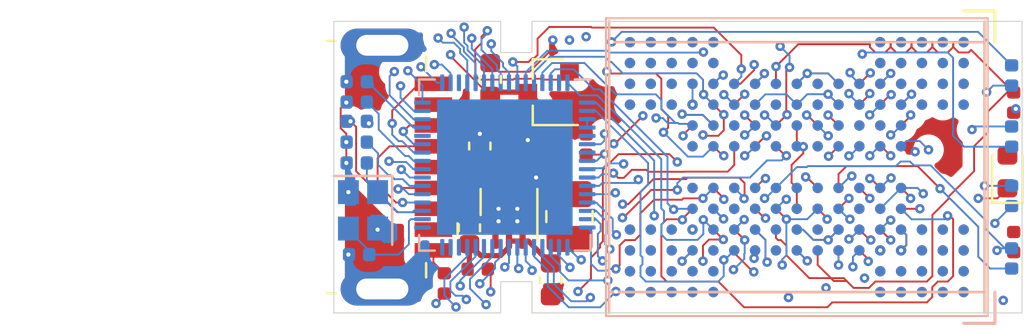
<source format=kicad_pcb>
(kicad_pcb (version 20171130) (host pcbnew "(5.1.6)-1")
  (layers (0 F.Cu signal) (1 VCC.Cu power) (2 GND.Cu power) (31 B.Cu signal) (34 B.Paste user) (35 F.Paste user) (36 B.SilkS user) (37 F.SilkS user) (38 B.Mask user) (39 F.Mask user) (44 Edge.Cuts user))
  (net 0 "")
  (net 1 /SSTXM)
  (net 2 "Net-(C1-Pad2)")
  (net 3 "Net-(C2-Pad2)")
  (net 4 /SSTXP)
  (net 5 +5V)
  (net 6 GND)
  (net 7 +1V2)
  (net 8 +3V3)
  (net 9 "Net-(C8-Pad2)")
  (net 10 /OSCIN)
  (net 11 /RST)
  (net 12 /OSCIO)
  (net 13 "Net-(D1-Pad2)")
  (net 14 /LED_0)
  (net 15 "Net-(F1-Pad2)")
  (net 16 /SSRXM)
  (net 17 /SSRXP)
  (net 18 /DP)
  (net 19 /DM)
  (net 20 "Net-(L1-Pad2)")
  (net 21 /MODE_1)
  (net 22 "Net-(R4-Pad1)")
  (net 23 /F0_CE2n)
  (net 24 /F0_CE3n)
  (net 25 "Net-(R5-Pad1)")
  (net 26 /VSS1)
  (net 27 /F1_CE3n)
  (net 28 "Net-(R7-Pad2)")
  (net 29 "Net-(R8-Pad2)")
  (net 30 /F1_CE2n)
  (net 31 /F1_IO6)
  (net 32 /F1_IO7)
  (net 33 /F0_WEn)
  (net 34 /F0_REn)
  (net 35 /F0_CLE)
  (net 36 /F0_ALE)
  (net 37 /F1_WEn)
  (net 38 /F1_REn)
  (net 39 /F1_CLE)
  (net 40 /F1_ALE)
  (net 41 /F_WPn)
  (net 42 /F0_CE0n)
  (net 43 /F0_CE1n)
  (net 44 /F1_CE0n)
  (net 45 /F1_CE1n)
  (net 46 "Net-(U1-Pad33)")
  (net 47 /F0_DQS)
  (net 48 /F0_IO0)
  (net 49 /F0_IO1)
  (net 50 /F0_IO2)
  (net 51 /F0_IO3)
  (net 52 /F0_IO4)
  (net 53 /F0_IO5)
  (net 54 /F0_IO6)
  (net 55 /F0_IO7)
  (net 56 /F1_DQS)
  (net 57 /F1_IO0)
  (net 58 /F1_IO1)
  (net 59 /F1_IO2)
  (net 60 /F1_IO3)
  (net 61 /F1_IO4)
  (net 62 /F1_IO5)
  (net 63 "Net-(U2-Pad1)")
  (net 64 /F_RBn)
  (net 65 "Net-(U5-PadH11)")
  (net 66 "Net-(U5-PadK10)")
  (net 67 "Net-(U5-PadG9)")
  (net 68 "Net-(U5-PadG8)")
  (net 69 "Net-(U5-PadL6)")
  (net 70 "Net-(U5-PadL5)")
  (net 71 "Net-(U5-PadK3)")
  (module Connector_USB:USB3_A_Plug_Wuerth_692112030100_Horizontal_without_hole (layer F.Cu) (at 103 93 180)
    (fp_text reference J1 hide)
    (fp_text value USB3_A hide)
    (pad 9 smd rect (at -1.775 -4 180) (size 1.8 0.7) (layers F.Cu F.Paste F.Mask) (net 3 "Net-(C2-Pad2)"))
    (pad 1 smd rect (at -1.775 -3 270) (size 0.7 1.8) (layers F.Cu F.Paste F.Mask) (net 15 "Net-(F1-Pad2)"))
    (pad 8 smd rect (at -1.775 -2 270) (size 0.7 1.8) (layers F.Cu F.Paste F.Mask) (net 2 "Net-(C1-Pad2)"))
    (pad 2 smd rect (at -1.775 -1 270) (size 0.7 1.8) (layers F.Cu F.Paste F.Mask) (net 19 /DM))
    (pad 7 smd rect (at -1.775 0 270) (size 0.7 1.8) (layers F.Cu F.Paste F.Mask) (net 6 GND))
    (pad 3 smd rect (at -1.775 1 270) (size 0.7 1.8) (layers F.Cu F.Paste F.Mask) (net 18 /DP))
    (pad 6 smd rect (at -1.775 2 270) (size 0.7 1.8) (layers F.Cu F.Paste F.Mask) (net 17 /SSRXP))
    (pad 4 smd rect (at -1.775 3 270) (size 0.7 1.8) (layers F.Cu F.Paste F.Mask) (net 6 GND))
    (pad 5 smd rect (at -1.775 4 270) (size 0.7 1.8) (layers F.Cu F.Paste F.Mask) (net 16 /SSRXM))
    (pad 10 thru_hole oval (at 0.675 -5.85 270) (size 1.6 4) (drill oval 1 2.5) (layers *.Cu *.Mask) (net 6 GND))
    (pad 10 thru_hole oval (at 0.675 5.85 270) (size 1.6 4) (drill oval 1 2.5) (layers *.Cu *.Mask) (net 6 GND))
  )
  (module Package_BGA:BGA-152_14x18mm_Layout13x17_P0.5mm (layer B.Cu) (at 122.2 93 90)
    (fp_text reference U5 hide)
    (fp_text value NAND_BGA152 hide)
    (pad N9 smd circle (at 2 -4 90) (size 0.5 0.5) (layers B.Cu B.Paste B.Mask) (net 6 GND))
    (pad P8 smd circle (at 1 -5 90) (size 0.5 0.5) (layers B.Cu B.Paste B.Mask) (net 6 GND))
    (pad N6 smd circle (at -1 -4 90) (size 0.5 0.5) (layers B.Cu B.Paste B.Mask) (net 38 /F1_REn))
    (pad P5 smd circle (at -2 -5 90) (size 0.5 0.5) (layers B.Cu B.Paste B.Mask) (net 61 /F1_IO4))
    (pad D9 smd circle (at 2 5 90) (size 0.5 0.5) (layers B.Cu B.Paste B.Mask) (net 52 /F0_IO4))
    (pad D8 smd circle (at 1 5 90) (size 0.5 0.5) (layers B.Cu B.Paste B.Mask) (net 8 +3V3))
    (pad E6 smd circle (at -1 4 90) (size 0.5 0.5) (layers B.Cu B.Paste B.Mask) (net 47 /F0_DQS))
    (pad D5 smd circle (at -2 5 90) (size 0.5 0.5) (layers B.Cu B.Paste B.Mask) (net 51 /F0_IO3))
    (pad A1 smd circle (at -6 8 90) (size 0.5 0.5) (layers B.Cu B.Paste B.Mask))
    (pad B1 smd circle (at -6 7 90) (size 0.5 0.5) (layers B.Cu B.Paste B.Mask))
    (pad C1 smd circle (at -6 6 90) (size 0.5 0.5) (layers B.Cu B.Paste B.Mask))
    (pad D1 smd circle (at -6 5 90) (size 0.5 0.5) (layers B.Cu B.Paste B.Mask))
    (pad E1 smd circle (at -6 4 90) (size 0.5 0.5) (layers B.Cu B.Paste B.Mask))
    (pad N1 smd circle (at -6 -4 90) (size 0.5 0.5) (layers B.Cu B.Paste B.Mask))
    (pad P1 smd circle (at -6 -5 90) (size 0.5 0.5) (layers B.Cu B.Paste B.Mask))
    (pad R1 smd circle (at -6 -6 90) (size 0.5 0.5) (layers B.Cu B.Paste B.Mask))
    (pad T1 smd circle (at -6 -7 90) (size 0.5 0.5) (layers B.Cu B.Paste B.Mask))
    (pad U1 smd circle (at -6 -8 90) (size 0.5 0.5) (layers B.Cu B.Paste B.Mask))
    (pad A2 smd circle (at -5 8 90) (size 0.5 0.5) (layers B.Cu B.Paste B.Mask))
    (pad B2 smd circle (at -5 7 90) (size 0.5 0.5) (layers B.Cu B.Paste B.Mask))
    (pad C2 smd circle (at -5 6 90) (size 0.5 0.5) (layers B.Cu B.Paste B.Mask))
    (pad D2 smd circle (at -5 5 90) (size 0.5 0.5) (layers B.Cu B.Paste B.Mask))
    (pad E2 smd circle (at -5 4 90) (size 0.5 0.5) (layers B.Cu B.Paste B.Mask))
    (pad N2 smd circle (at -5 -4 90) (size 0.5 0.5) (layers B.Cu B.Paste B.Mask))
    (pad P2 smd circle (at -5 -5 90) (size 0.5 0.5) (layers B.Cu B.Paste B.Mask))
    (pad R2 smd circle (at -5 -6 90) (size 0.5 0.5) (layers B.Cu B.Paste B.Mask))
    (pad T2 smd circle (at -5 -7 90) (size 0.5 0.5) (layers B.Cu B.Paste B.Mask))
    (pad U2 smd circle (at -5 -8 90) (size 0.5 0.5) (layers B.Cu B.Paste B.Mask))
    (pad A3 smd circle (at -4 8 90) (size 0.5 0.5) (layers B.Cu B.Paste B.Mask))
    (pad B3 smd circle (at -4 7 90) (size 0.5 0.5) (layers B.Cu B.Paste B.Mask))
    (pad C3 smd circle (at -4 6 90) (size 0.5 0.5) (layers B.Cu B.Paste B.Mask))
    (pad D3 smd circle (at -4 5 90) (size 0.5 0.5) (layers B.Cu B.Paste B.Mask) (net 8 +3V3))
    (pad E3 smd circle (at -4 4 90) (size 0.5 0.5) (layers B.Cu B.Paste B.Mask) (net 6 GND))
    (pad F3 smd circle (at -4 3 90) (size 0.5 0.5) (layers B.Cu B.Paste B.Mask) (net 48 /F0_IO0))
    (pad G3 smd circle (at -4 2 90) (size 0.5 0.5) (layers B.Cu B.Paste B.Mask) (net 6 GND))
    (pad H3 smd circle (at -4 1 90) (size 0.5 0.5) (layers B.Cu B.Paste B.Mask))
    (pad J3 smd circle (at -4 0 90) (size 0.5 0.5) (layers B.Cu B.Paste B.Mask) (net 6 GND))
    (pad K3 smd circle (at -4 -1 90) (size 0.5 0.5) (layers B.Cu B.Paste B.Mask) (net 71 "Net-(U5-PadK3)"))
    (pad L3 smd circle (at -4 -2 90) (size 0.5 0.5) (layers B.Cu B.Paste B.Mask) (net 6 GND))
    (pad M3 smd circle (at -4 -3 90) (size 0.5 0.5) (layers B.Cu B.Paste B.Mask) (net 32 /F1_IO7))
    (pad N3 smd circle (at -4 -4 90) (size 0.5 0.5) (layers B.Cu B.Paste B.Mask) (net 6 GND))
    (pad P3 smd circle (at -4 -5 90) (size 0.5 0.5) (layers B.Cu B.Paste B.Mask) (net 8 +3V3))
    (pad R3 smd circle (at -4 -6 90) (size 0.5 0.5) (layers B.Cu B.Paste B.Mask))
    (pad T3 smd circle (at -4 -7 90) (size 0.5 0.5) (layers B.Cu B.Paste B.Mask))
    (pad U3 smd circle (at -4 -8 90) (size 0.5 0.5) (layers B.Cu B.Paste B.Mask))
    (pad A4 smd circle (at -3 8 90) (size 0.5 0.5) (layers B.Cu B.Paste B.Mask))
    (pad B4 smd circle (at -3 7 90) (size 0.5 0.5) (layers B.Cu B.Paste B.Mask))
    (pad C4 smd circle (at -3 6 90) (size 0.5 0.5) (layers B.Cu B.Paste B.Mask))
    (pad D4 smd circle (at -3 5 90) (size 0.5 0.5) (layers B.Cu B.Paste B.Mask) (net 8 +3V3))
    (pad E4 smd circle (at -3 4 90) (size 0.5 0.5) (layers B.Cu B.Paste B.Mask) (net 50 /F0_IO2))
    (pad F4 smd circle (at -3 3 90) (size 0.5 0.5) (layers B.Cu B.Paste B.Mask) (net 49 /F0_IO1))
    (pad G4 smd circle (at -3 2 90) (size 0.5 0.5) (layers B.Cu B.Paste B.Mask) (net 8 +3V3))
    (pad H4 smd circle (at -3 1 90) (size 0.5 0.5) (layers B.Cu B.Paste B.Mask))
    (pad J4 smd circle (at -3 0 90) (size 0.5 0.5) (layers B.Cu B.Paste B.Mask) (net 8 +3V3))
    (pad K4 smd circle (at -3 -1 90) (size 0.5 0.5) (layers B.Cu B.Paste B.Mask))
    (pad L4 smd circle (at -3 -2 90) (size 0.5 0.5) (layers B.Cu B.Paste B.Mask) (net 8 +3V3))
    (pad M4 smd circle (at -3 -3 90) (size 0.5 0.5) (layers B.Cu B.Paste B.Mask) (net 31 /F1_IO6))
    (pad N4 smd circle (at -3 -4 90) (size 0.5 0.5) (layers B.Cu B.Paste B.Mask) (net 62 /F1_IO5))
    (pad P4 smd circle (at -3 -5 90) (size 0.5 0.5) (layers B.Cu B.Paste B.Mask) (net 8 +3V3))
    (pad R4 smd circle (at -3 -6 90) (size 0.5 0.5) (layers B.Cu B.Paste B.Mask))
    (pad T4 smd circle (at -3 -7 90) (size 0.5 0.5) (layers B.Cu B.Paste B.Mask))
    (pad U4 smd circle (at -3 -8 90) (size 0.5 0.5) (layers B.Cu B.Paste B.Mask))
    (pad E5 smd circle (at -2 4 90) (size 0.5 0.5) (layers B.Cu B.Paste B.Mask) (net 6 GND))
    (pad F5 smd circle (at -2 3 90) (size 0.5 0.5) (layers B.Cu B.Paste B.Mask))
    (pad G5 smd circle (at -2 2 90) (size 0.5 0.5) (layers B.Cu B.Paste B.Mask) (net 36 /F0_ALE))
    (pad H5 smd circle (at -2 1 90) (size 0.5 0.5) (layers B.Cu B.Paste B.Mask) (net 41 /F_WPn))
    (pad J5 smd circle (at -2 0 90) (size 0.5 0.5) (layers B.Cu B.Paste B.Mask) (net 64 /F_RBn))
    (pad K5 smd circle (at -2 -1 90) (size 0.5 0.5) (layers B.Cu B.Paste B.Mask) (net 30 /F1_CE2n))
    (pad L5 smd circle (at -2 -2 90) (size 0.5 0.5) (layers B.Cu B.Paste B.Mask) (net 70 "Net-(U5-PadL5)"))
    (pad M5 smd circle (at -2 -3 90) (size 0.5 0.5) (layers B.Cu B.Paste B.Mask))
    (pad N5 smd circle (at -2 -4 90) (size 0.5 0.5) (layers B.Cu B.Paste B.Mask) (net 6 GND))
    (pad D6 smd circle (at -1 5 90) (size 0.5 0.5) (layers B.Cu B.Paste B.Mask) (net 6 GND))
    (pad F6 smd circle (at -1 3 90) (size 0.5 0.5) (layers B.Cu B.Paste B.Mask))
    (pad G6 smd circle (at -1 2 90) (size 0.5 0.5) (layers B.Cu B.Paste B.Mask) (net 35 /F0_CLE))
    (pad H6 smd circle (at -1 1 90) (size 0.5 0.5) (layers B.Cu B.Paste B.Mask))
    (pad J6 smd circle (at -1 0 90) (size 0.5 0.5) (layers B.Cu B.Paste B.Mask) (net 64 /F_RBn))
    (pad K6 smd circle (at -1 -1 90) (size 0.5 0.5) (layers B.Cu B.Paste B.Mask) (net 27 /F1_CE3n))
    (pad L6 smd circle (at -1 -2 90) (size 0.5 0.5) (layers B.Cu B.Paste B.Mask) (net 69 "Net-(U5-PadL6)"))
    (pad M6 smd circle (at -1 -3 90) (size 0.5 0.5) (layers B.Cu B.Paste B.Mask) (net 37 /F1_WEn))
    (pad P6 smd circle (at -1 -5 90) (size 0.5 0.5) (layers B.Cu B.Paste B.Mask) (net 8 +3V3))
    (pad E8 smd circle (at 1 4 90) (size 0.5 0.5) (layers B.Cu B.Paste B.Mask) (net 34 /F0_REn))
    (pad F8 smd circle (at 1 3 90) (size 0.5 0.5) (layers B.Cu B.Paste B.Mask) (net 33 /F0_WEn))
    (pad G8 smd circle (at 1 2 90) (size 0.5 0.5) (layers B.Cu B.Paste B.Mask) (net 68 "Net-(U5-PadG8)"))
    (pad H8 smd circle (at 1 1 90) (size 0.5 0.5) (layers B.Cu B.Paste B.Mask) (net 24 /F0_CE3n))
    (pad J8 smd circle (at 1 0 90) (size 0.5 0.5) (layers B.Cu B.Paste B.Mask) (net 64 /F_RBn))
    (pad K8 smd circle (at 1 -1 90) (size 0.5 0.5) (layers B.Cu B.Paste B.Mask))
    (pad L8 smd circle (at 1 -2 90) (size 0.5 0.5) (layers B.Cu B.Paste B.Mask) (net 39 /F1_CLE))
    (pad M8 smd circle (at 1 -3 90) (size 0.5 0.5) (layers B.Cu B.Paste B.Mask))
    (pad N8 smd circle (at 1 -4 90) (size 0.5 0.5) (layers B.Cu B.Paste B.Mask) (net 56 /F1_DQS))
    (pad E9 smd circle (at 2 4 90) (size 0.5 0.5) (layers B.Cu B.Paste B.Mask) (net 6 GND))
    (pad F9 smd circle (at 2 3 90) (size 0.5 0.5) (layers B.Cu B.Paste B.Mask))
    (pad G9 smd circle (at 2 2 90) (size 0.5 0.5) (layers B.Cu B.Paste B.Mask) (net 67 "Net-(U5-PadG9)"))
    (pad H9 smd circle (at 2 1 90) (size 0.5 0.5) (layers B.Cu B.Paste B.Mask) (net 23 /F0_CE2n))
    (pad J9 smd circle (at 2 0 90) (size 0.5 0.5) (layers B.Cu B.Paste B.Mask) (net 64 /F_RBn))
    (pad K9 smd circle (at 2 -1 90) (size 0.5 0.5) (layers B.Cu B.Paste B.Mask) (net 41 /F_WPn))
    (pad L9 smd circle (at 2 -2 90) (size 0.5 0.5) (layers B.Cu B.Paste B.Mask) (net 40 /F1_ALE))
    (pad M9 smd circle (at 2 -3 90) (size 0.5 0.5) (layers B.Cu B.Paste B.Mask))
    (pad P9 smd circle (at 2 -5 90) (size 0.5 0.5) (layers B.Cu B.Paste B.Mask) (net 60 /F1_IO3))
    (pad A10 smd circle (at 3 8 90) (size 0.5 0.5) (layers B.Cu B.Paste B.Mask))
    (pad B10 smd circle (at 3 7 90) (size 0.5 0.5) (layers B.Cu B.Paste B.Mask))
    (pad C10 smd circle (at 3 6 90) (size 0.5 0.5) (layers B.Cu B.Paste B.Mask))
    (pad D10 smd circle (at 3 5 90) (size 0.5 0.5) (layers B.Cu B.Paste B.Mask) (net 8 +3V3))
    (pad E10 smd circle (at 3 4 90) (size 0.5 0.5) (layers B.Cu B.Paste B.Mask) (net 53 /F0_IO5))
    (pad F10 smd circle (at 3 3 90) (size 0.5 0.5) (layers B.Cu B.Paste B.Mask) (net 54 /F0_IO6))
    (pad G10 smd circle (at 3 2 90) (size 0.5 0.5) (layers B.Cu B.Paste B.Mask) (net 8 +3V3))
    (pad H10 smd circle (at 3 1 90) (size 0.5 0.5) (layers B.Cu B.Paste B.Mask))
    (pad J10 smd circle (at 3 0 90) (size 0.5 0.5) (layers B.Cu B.Paste B.Mask) (net 8 +3V3))
    (pad K10 smd circle (at 3 -1 90) (size 0.5 0.5) (layers B.Cu B.Paste B.Mask) (net 66 "Net-(U5-PadK10)"))
    (pad L10 smd circle (at 3 -2 90) (size 0.5 0.5) (layers B.Cu B.Paste B.Mask) (net 8 +3V3))
    (pad M10 smd circle (at 3 -3 90) (size 0.5 0.5) (layers B.Cu B.Paste B.Mask) (net 58 /F1_IO1))
    (pad N10 smd circle (at 3 -4 90) (size 0.5 0.5) (layers B.Cu B.Paste B.Mask) (net 59 /F1_IO2))
    (pad P10 smd circle (at 3 -5 90) (size 0.5 0.5) (layers B.Cu B.Paste B.Mask) (net 8 +3V3))
    (pad R10 smd circle (at 3 -6 90) (size 0.5 0.5) (layers B.Cu B.Paste B.Mask))
    (pad T10 smd circle (at 3 -7 90) (size 0.5 0.5) (layers B.Cu B.Paste B.Mask))
    (pad U10 smd circle (at 3 -8 90) (size 0.5 0.5) (layers B.Cu B.Paste B.Mask))
    (pad A11 smd circle (at 4 8 90) (size 0.5 0.5) (layers B.Cu B.Paste B.Mask))
    (pad B11 smd circle (at 4 7 90) (size 0.5 0.5) (layers B.Cu B.Paste B.Mask))
    (pad C11 smd circle (at 4 6 90) (size 0.5 0.5) (layers B.Cu B.Paste B.Mask))
    (pad D11 smd circle (at 4 5 90) (size 0.5 0.5) (layers B.Cu B.Paste B.Mask) (net 8 +3V3))
    (pad E11 smd circle (at 4 4 90) (size 0.5 0.5) (layers B.Cu B.Paste B.Mask) (net 6 GND))
    (pad F11 smd circle (at 4 3 90) (size 0.5 0.5) (layers B.Cu B.Paste B.Mask) (net 55 /F0_IO7))
    (pad G11 smd circle (at 4 2 90) (size 0.5 0.5) (layers B.Cu B.Paste B.Mask) (net 6 GND))
    (pad H11 smd circle (at 4 1 90) (size 0.5 0.5) (layers B.Cu B.Paste B.Mask) (net 65 "Net-(U5-PadH11)"))
    (pad J11 smd circle (at 4 0 90) (size 0.5 0.5) (layers B.Cu B.Paste B.Mask) (net 6 GND))
    (pad K11 smd circle (at 4 -1 90) (size 0.5 0.5) (layers B.Cu B.Paste B.Mask))
    (pad L11 smd circle (at 4 -2 90) (size 0.5 0.5) (layers B.Cu B.Paste B.Mask) (net 6 GND))
    (pad M11 smd circle (at 4 -3 90) (size 0.5 0.5) (layers B.Cu B.Paste B.Mask) (net 57 /F1_IO0))
    (pad N11 smd circle (at 4 -4 90) (size 0.5 0.5) (layers B.Cu B.Paste B.Mask) (net 6 GND))
    (pad P11 smd circle (at 4 -5 90) (size 0.5 0.5) (layers B.Cu B.Paste B.Mask) (net 8 +3V3))
    (pad R11 smd circle (at 4 -6 90) (size 0.5 0.5) (layers B.Cu B.Paste B.Mask))
    (pad T11 smd circle (at 4 -7 90) (size 0.5 0.5) (layers B.Cu B.Paste B.Mask))
    (pad U11 smd circle (at 4 -8 90) (size 0.5 0.5) (layers B.Cu B.Paste B.Mask))
    (pad A12 smd circle (at 5 8 90) (size 0.5 0.5) (layers B.Cu B.Paste B.Mask))
    (pad B12 smd circle (at 5 7 90) (size 0.5 0.5) (layers B.Cu B.Paste B.Mask))
    (pad C12 smd circle (at 5 6 90) (size 0.5 0.5) (layers B.Cu B.Paste B.Mask))
    (pad D12 smd circle (at 5 5 90) (size 0.5 0.5) (layers B.Cu B.Paste B.Mask))
    (pad E12 smd circle (at 5 4 90) (size 0.5 0.5) (layers B.Cu B.Paste B.Mask))
    (pad N12 smd circle (at 5 -4 90) (size 0.5 0.5) (layers B.Cu B.Paste B.Mask))
    (pad P12 smd circle (at 5 -5 90) (size 0.5 0.5) (layers B.Cu B.Paste B.Mask))
    (pad R12 smd circle (at 5 -6 90) (size 0.5 0.5) (layers B.Cu B.Paste B.Mask))
    (pad T12 smd circle (at 5 -7 90) (size 0.5 0.5) (layers B.Cu B.Paste B.Mask))
    (pad U12 smd circle (at 5 -8 90) (size 0.5 0.5) (layers B.Cu B.Paste B.Mask))
    (pad A13 smd circle (at 6 8 90) (size 0.5 0.5) (layers B.Cu B.Paste B.Mask))
    (pad B13 smd circle (at 6 7 90) (size 0.5 0.5) (layers B.Cu B.Paste B.Mask))
    (pad C13 smd circle (at 6 6 90) (size 0.5 0.5) (layers B.Cu B.Paste B.Mask))
    (pad D13 smd circle (at 6 5 90) (size 0.5 0.5) (layers B.Cu B.Paste B.Mask))
    (pad E13 smd circle (at 6 4 90) (size 0.5 0.5) (layers B.Cu B.Paste B.Mask))
    (pad N13 smd circle (at 6 -4 90) (size 0.5 0.5) (layers B.Cu B.Paste B.Mask))
    (pad P13 smd circle (at 6 -5 90) (size 0.5 0.5) (layers B.Cu B.Paste B.Mask))
    (pad R13 smd circle (at 6 -6 90) (size 0.5 0.5) (layers B.Cu B.Paste B.Mask))
    (pad T13 smd circle (at 6 -7 90) (size 0.5 0.5) (layers B.Cu B.Paste B.Mask))
    (pad U13 smd circle (at 6 -8 90) (size 0.5 0.5) (layers B.Cu B.Paste B.Mask))
  )
  (module Package_BGA:BGA-152_14x18mm_Layout13x17_P0.5mm (layer F.Cu) (at 122.2 93 270)
    (fp_text reference U4 hide)
    (fp_text value NAND_BGA152 hide)
    (pad U13 smd circle (at 6 8 270) (size 0.5 0.5) (layers F.Cu F.Paste F.Mask))
    (pad T13 smd circle (at 6 7 270) (size 0.5 0.5) (layers F.Cu F.Paste F.Mask))
    (pad R13 smd circle (at 6 6 270) (size 0.5 0.5) (layers F.Cu F.Paste F.Mask))
    (pad P13 smd circle (at 6 5 270) (size 0.5 0.5) (layers F.Cu F.Paste F.Mask))
    (pad N13 smd circle (at 6 4 270) (size 0.5 0.5) (layers F.Cu F.Paste F.Mask))
    (pad E13 smd circle (at 6 -4 270) (size 0.5 0.5) (layers F.Cu F.Paste F.Mask))
    (pad D13 smd circle (at 6 -5 270) (size 0.5 0.5) (layers F.Cu F.Paste F.Mask))
    (pad C13 smd circle (at 6 -6 270) (size 0.5 0.5) (layers F.Cu F.Paste F.Mask))
    (pad B13 smd circle (at 6 -7 270) (size 0.5 0.5) (layers F.Cu F.Paste F.Mask))
    (pad A13 smd circle (at 6 -8 270) (size 0.5 0.5) (layers F.Cu F.Paste F.Mask))
    (pad U12 smd circle (at 5 8 270) (size 0.5 0.5) (layers F.Cu F.Paste F.Mask))
    (pad T12 smd circle (at 5 7 270) (size 0.5 0.5) (layers F.Cu F.Paste F.Mask))
    (pad R12 smd circle (at 5 6 270) (size 0.5 0.5) (layers F.Cu F.Paste F.Mask))
    (pad P12 smd circle (at 5 5 270) (size 0.5 0.5) (layers F.Cu F.Paste F.Mask))
    (pad N12 smd circle (at 5 4 270) (size 0.5 0.5) (layers F.Cu F.Paste F.Mask))
    (pad E12 smd circle (at 5 -4 270) (size 0.5 0.5) (layers F.Cu F.Paste F.Mask))
    (pad D12 smd circle (at 5 -5 270) (size 0.5 0.5) (layers F.Cu F.Paste F.Mask))
    (pad C12 smd circle (at 5 -6 270) (size 0.5 0.5) (layers F.Cu F.Paste F.Mask))
    (pad B12 smd circle (at 5 -7 270) (size 0.5 0.5) (layers F.Cu F.Paste F.Mask))
    (pad A12 smd circle (at 5 -8 270) (size 0.5 0.5) (layers F.Cu F.Paste F.Mask))
    (pad U11 smd circle (at 4 8 270) (size 0.5 0.5) (layers F.Cu F.Paste F.Mask))
    (pad T11 smd circle (at 4 7 270) (size 0.5 0.5) (layers F.Cu F.Paste F.Mask))
    (pad R11 smd circle (at 4 6 270) (size 0.5 0.5) (layers F.Cu F.Paste F.Mask))
    (pad P11 smd circle (at 4 5 270) (size 0.5 0.5) (layers F.Cu F.Paste F.Mask) (net 8 +3V3))
    (pad N11 smd circle (at 4 4 270) (size 0.5 0.5) (layers F.Cu F.Paste F.Mask) (net 6 GND))
    (pad M11 smd circle (at 4 3 270) (size 0.5 0.5) (layers F.Cu F.Paste F.Mask) (net 48 /F0_IO0))
    (pad L11 smd circle (at 4 2 270) (size 0.5 0.5) (layers F.Cu F.Paste F.Mask) (net 6 GND))
    (pad K11 smd circle (at 4 1 270) (size 0.5 0.5) (layers F.Cu F.Paste F.Mask))
    (pad J11 smd circle (at 4 0 270) (size 0.5 0.5) (layers F.Cu F.Paste F.Mask) (net 6 GND))
    (pad H11 smd circle (at 4 -1 270) (size 0.5 0.5) (layers F.Cu F.Paste F.Mask) (net 26 /VSS1))
    (pad G11 smd circle (at 4 -2 270) (size 0.5 0.5) (layers F.Cu F.Paste F.Mask) (net 6 GND))
    (pad F11 smd circle (at 4 -3 270) (size 0.5 0.5) (layers F.Cu F.Paste F.Mask) (net 32 /F1_IO7))
    (pad E11 smd circle (at 4 -4 270) (size 0.5 0.5) (layers F.Cu F.Paste F.Mask) (net 6 GND))
    (pad D11 smd circle (at 4 -5 270) (size 0.5 0.5) (layers F.Cu F.Paste F.Mask) (net 8 +3V3))
    (pad C11 smd circle (at 4 -6 270) (size 0.5 0.5) (layers F.Cu F.Paste F.Mask))
    (pad B11 smd circle (at 4 -7 270) (size 0.5 0.5) (layers F.Cu F.Paste F.Mask))
    (pad A11 smd circle (at 4 -8 270) (size 0.5 0.5) (layers F.Cu F.Paste F.Mask))
    (pad U10 smd circle (at 3 8 270) (size 0.5 0.5) (layers F.Cu F.Paste F.Mask))
    (pad T10 smd circle (at 3 7 270) (size 0.5 0.5) (layers F.Cu F.Paste F.Mask))
    (pad R10 smd circle (at 3 6 270) (size 0.5 0.5) (layers F.Cu F.Paste F.Mask))
    (pad P10 smd circle (at 3 5 270) (size 0.5 0.5) (layers F.Cu F.Paste F.Mask) (net 8 +3V3))
    (pad N10 smd circle (at 3 4 270) (size 0.5 0.5) (layers F.Cu F.Paste F.Mask) (net 50 /F0_IO2))
    (pad M10 smd circle (at 3 3 270) (size 0.5 0.5) (layers F.Cu F.Paste F.Mask) (net 49 /F0_IO1))
    (pad L10 smd circle (at 3 2 270) (size 0.5 0.5) (layers F.Cu F.Paste F.Mask) (net 8 +3V3))
    (pad K10 smd circle (at 3 1 270) (size 0.5 0.5) (layers F.Cu F.Paste F.Mask) (net 26 /VSS1))
    (pad J10 smd circle (at 3 0 270) (size 0.5 0.5) (layers F.Cu F.Paste F.Mask) (net 8 +3V3))
    (pad H10 smd circle (at 3 -1 270) (size 0.5 0.5) (layers F.Cu F.Paste F.Mask))
    (pad G10 smd circle (at 3 -2 270) (size 0.5 0.5) (layers F.Cu F.Paste F.Mask) (net 8 +3V3))
    (pad F10 smd circle (at 3 -3 270) (size 0.5 0.5) (layers F.Cu F.Paste F.Mask) (net 31 /F1_IO6))
    (pad E10 smd circle (at 3 -4 270) (size 0.5 0.5) (layers F.Cu F.Paste F.Mask) (net 62 /F1_IO5))
    (pad D10 smd circle (at 3 -5 270) (size 0.5 0.5) (layers F.Cu F.Paste F.Mask) (net 8 +3V3))
    (pad C10 smd circle (at 3 -6 270) (size 0.5 0.5) (layers F.Cu F.Paste F.Mask))
    (pad B10 smd circle (at 3 -7 270) (size 0.5 0.5) (layers F.Cu F.Paste F.Mask))
    (pad A10 smd circle (at 3 -8 270) (size 0.5 0.5) (layers F.Cu F.Paste F.Mask))
    (pad P9 smd circle (at 2 5 270) (size 0.5 0.5) (layers F.Cu F.Paste F.Mask) (net 51 /F0_IO3))
    (pad M9 smd circle (at 2 3 270) (size 0.5 0.5) (layers F.Cu F.Paste F.Mask))
    (pad L9 smd circle (at 2 2 270) (size 0.5 0.5) (layers F.Cu F.Paste F.Mask) (net 36 /F0_ALE))
    (pad K9 smd circle (at 2 1 270) (size 0.5 0.5) (layers F.Cu F.Paste F.Mask) (net 41 /F_WPn))
    (pad J9 smd circle (at 2 0 270) (size 0.5 0.5) (layers F.Cu F.Paste F.Mask) (net 64 /F_RBn))
    (pad H9 smd circle (at 2 -1 270) (size 0.5 0.5) (layers F.Cu F.Paste F.Mask) (net 44 /F1_CE0n))
    (pad G9 smd circle (at 2 -2 270) (size 0.5 0.5) (layers F.Cu F.Paste F.Mask) (net 29 "Net-(R8-Pad2)"))
    (pad F9 smd circle (at 2 -3 270) (size 0.5 0.5) (layers F.Cu F.Paste F.Mask))
    (pad E9 smd circle (at 2 -4 270) (size 0.5 0.5) (layers F.Cu F.Paste F.Mask) (net 6 GND))
    (pad N8 smd circle (at 1 4 270) (size 0.5 0.5) (layers F.Cu F.Paste F.Mask) (net 47 /F0_DQS))
    (pad M8 smd circle (at 1 3 270) (size 0.5 0.5) (layers F.Cu F.Paste F.Mask))
    (pad L8 smd circle (at 1 2 270) (size 0.5 0.5) (layers F.Cu F.Paste F.Mask) (net 35 /F0_CLE))
    (pad K8 smd circle (at 1 1 270) (size 0.5 0.5) (layers F.Cu F.Paste F.Mask))
    (pad J8 smd circle (at 1 0 270) (size 0.5 0.5) (layers F.Cu F.Paste F.Mask) (net 64 /F_RBn))
    (pad H8 smd circle (at 1 -1 270) (size 0.5 0.5) (layers F.Cu F.Paste F.Mask) (net 45 /F1_CE1n))
    (pad G8 smd circle (at 1 -2 270) (size 0.5 0.5) (layers F.Cu F.Paste F.Mask) (net 28 "Net-(R7-Pad2)"))
    (pad F8 smd circle (at 1 -3 270) (size 0.5 0.5) (layers F.Cu F.Paste F.Mask) (net 37 /F1_WEn))
    (pad E8 smd circle (at 1 -4 270) (size 0.5 0.5) (layers F.Cu F.Paste F.Mask) (net 38 /F1_REn))
    (pad P6 smd circle (at -1 5 270) (size 0.5 0.5) (layers F.Cu F.Paste F.Mask) (net 8 +3V3))
    (pad M6 smd circle (at -1 3 270) (size 0.5 0.5) (layers F.Cu F.Paste F.Mask) (net 33 /F0_WEn))
    (pad L6 smd circle (at -1 2 270) (size 0.5 0.5) (layers F.Cu F.Paste F.Mask) (net 25 "Net-(R5-Pad1)"))
    (pad K6 smd circle (at -1 1 270) (size 0.5 0.5) (layers F.Cu F.Paste F.Mask) (net 43 /F0_CE1n))
    (pad J6 smd circle (at -1 0 270) (size 0.5 0.5) (layers F.Cu F.Paste F.Mask) (net 64 /F_RBn))
    (pad H6 smd circle (at -1 -1 270) (size 0.5 0.5) (layers F.Cu F.Paste F.Mask))
    (pad G6 smd circle (at -1 -2 270) (size 0.5 0.5) (layers F.Cu F.Paste F.Mask) (net 39 /F1_CLE))
    (pad F6 smd circle (at -1 -3 270) (size 0.5 0.5) (layers F.Cu F.Paste F.Mask))
    (pad D6 smd circle (at -1 -5 270) (size 0.5 0.5) (layers F.Cu F.Paste F.Mask) (net 6 GND))
    (pad N5 smd circle (at -2 4 270) (size 0.5 0.5) (layers F.Cu F.Paste F.Mask) (net 6 GND))
    (pad M5 smd circle (at -2 3 270) (size 0.5 0.5) (layers F.Cu F.Paste F.Mask))
    (pad L5 smd circle (at -2 2 270) (size 0.5 0.5) (layers F.Cu F.Paste F.Mask) (net 22 "Net-(R4-Pad1)"))
    (pad K5 smd circle (at -2 1 270) (size 0.5 0.5) (layers F.Cu F.Paste F.Mask) (net 42 /F0_CE0n))
    (pad J5 smd circle (at -2 0 270) (size 0.5 0.5) (layers F.Cu F.Paste F.Mask) (net 64 /F_RBn))
    (pad H5 smd circle (at -2 -1 270) (size 0.5 0.5) (layers F.Cu F.Paste F.Mask) (net 41 /F_WPn))
    (pad G5 smd circle (at -2 -2 270) (size 0.5 0.5) (layers F.Cu F.Paste F.Mask) (net 40 /F1_ALE))
    (pad F5 smd circle (at -2 -3 270) (size 0.5 0.5) (layers F.Cu F.Paste F.Mask))
    (pad E5 smd circle (at -2 -4 270) (size 0.5 0.5) (layers F.Cu F.Paste F.Mask) (net 6 GND))
    (pad U4 smd circle (at -3 8 270) (size 0.5 0.5) (layers F.Cu F.Paste F.Mask))
    (pad T4 smd circle (at -3 7 270) (size 0.5 0.5) (layers F.Cu F.Paste F.Mask))
    (pad R4 smd circle (at -3 6 270) (size 0.5 0.5) (layers F.Cu F.Paste F.Mask))
    (pad P4 smd circle (at -3 5 270) (size 0.5 0.5) (layers F.Cu F.Paste F.Mask) (net 8 +3V3))
    (pad N4 smd circle (at -3 4 270) (size 0.5 0.5) (layers F.Cu F.Paste F.Mask) (net 53 /F0_IO5))
    (pad M4 smd circle (at -3 3 270) (size 0.5 0.5) (layers F.Cu F.Paste F.Mask) (net 54 /F0_IO6))
    (pad L4 smd circle (at -3 2 270) (size 0.5 0.5) (layers F.Cu F.Paste F.Mask) (net 8 +3V3))
    (pad K4 smd circle (at -3 1 270) (size 0.5 0.5) (layers F.Cu F.Paste F.Mask))
    (pad J4 smd circle (at -3 0 270) (size 0.5 0.5) (layers F.Cu F.Paste F.Mask) (net 8 +3V3))
    (pad H4 smd circle (at -3 -1 270) (size 0.5 0.5) (layers F.Cu F.Paste F.Mask))
    (pad G4 smd circle (at -3 -2 270) (size 0.5 0.5) (layers F.Cu F.Paste F.Mask) (net 8 +3V3))
    (pad F4 smd circle (at -3 -3 270) (size 0.5 0.5) (layers F.Cu F.Paste F.Mask) (net 58 /F1_IO1))
    (pad E4 smd circle (at -3 -4 270) (size 0.5 0.5) (layers F.Cu F.Paste F.Mask) (net 59 /F1_IO2))
    (pad D4 smd circle (at -3 -5 270) (size 0.5 0.5) (layers F.Cu F.Paste F.Mask) (net 8 +3V3))
    (pad C4 smd circle (at -3 -6 270) (size 0.5 0.5) (layers F.Cu F.Paste F.Mask))
    (pad B4 smd circle (at -3 -7 270) (size 0.5 0.5) (layers F.Cu F.Paste F.Mask))
    (pad A4 smd circle (at -3 -8 270) (size 0.5 0.5) (layers F.Cu F.Paste F.Mask))
    (pad U3 smd circle (at -4 8 270) (size 0.5 0.5) (layers F.Cu F.Paste F.Mask))
    (pad T3 smd circle (at -4 7 270) (size 0.5 0.5) (layers F.Cu F.Paste F.Mask))
    (pad R3 smd circle (at -4 6 270) (size 0.5 0.5) (layers F.Cu F.Paste F.Mask))
    (pad P3 smd circle (at -4 5 270) (size 0.5 0.5) (layers F.Cu F.Paste F.Mask) (net 8 +3V3))
    (pad N3 smd circle (at -4 4 270) (size 0.5 0.5) (layers F.Cu F.Paste F.Mask) (net 6 GND))
    (pad M3 smd circle (at -4 3 270) (size 0.5 0.5) (layers F.Cu F.Paste F.Mask) (net 55 /F0_IO7))
    (pad L3 smd circle (at -4 2 270) (size 0.5 0.5) (layers F.Cu F.Paste F.Mask) (net 6 GND))
    (pad K3 smd circle (at -4 1 270) (size 0.5 0.5) (layers F.Cu F.Paste F.Mask) (net 26 /VSS1))
    (pad J3 smd circle (at -4 0 270) (size 0.5 0.5) (layers F.Cu F.Paste F.Mask) (net 6 GND))
    (pad H3 smd circle (at -4 -1 270) (size 0.5 0.5) (layers F.Cu F.Paste F.Mask))
    (pad G3 smd circle (at -4 -2 270) (size 0.5 0.5) (layers F.Cu F.Paste F.Mask) (net 6 GND))
    (pad F3 smd circle (at -4 -3 270) (size 0.5 0.5) (layers F.Cu F.Paste F.Mask) (net 57 /F1_IO0))
    (pad E3 smd circle (at -4 -4 270) (size 0.5 0.5) (layers F.Cu F.Paste F.Mask) (net 6 GND))
    (pad D3 smd circle (at -4 -5 270) (size 0.5 0.5) (layers F.Cu F.Paste F.Mask) (net 8 +3V3))
    (pad C3 smd circle (at -4 -6 270) (size 0.5 0.5) (layers F.Cu F.Paste F.Mask))
    (pad B3 smd circle (at -4 -7 270) (size 0.5 0.5) (layers F.Cu F.Paste F.Mask))
    (pad A3 smd circle (at -4 -8 270) (size 0.5 0.5) (layers F.Cu F.Paste F.Mask))
    (pad U2 smd circle (at -5 8 270) (size 0.5 0.5) (layers F.Cu F.Paste F.Mask))
    (pad T2 smd circle (at -5 7 270) (size 0.5 0.5) (layers F.Cu F.Paste F.Mask))
    (pad R2 smd circle (at -5 6 270) (size 0.5 0.5) (layers F.Cu F.Paste F.Mask))
    (pad P2 smd circle (at -5 5 270) (size 0.5 0.5) (layers F.Cu F.Paste F.Mask))
    (pad N2 smd circle (at -5 4 270) (size 0.5 0.5) (layers F.Cu F.Paste F.Mask))
    (pad E2 smd circle (at -5 -4 270) (size 0.5 0.5) (layers F.Cu F.Paste F.Mask))
    (pad D2 smd circle (at -5 -5 270) (size 0.5 0.5) (layers F.Cu F.Paste F.Mask))
    (pad C2 smd circle (at -5 -6 270) (size 0.5 0.5) (layers F.Cu F.Paste F.Mask))
    (pad B2 smd circle (at -5 -7 270) (size 0.5 0.5) (layers F.Cu F.Paste F.Mask))
    (pad A2 smd circle (at -5 -8 270) (size 0.5 0.5) (layers F.Cu F.Paste F.Mask))
    (pad U1 smd circle (at -6 8 270) (size 0.5 0.5) (layers F.Cu F.Paste F.Mask))
    (pad T1 smd circle (at -6 7 270) (size 0.5 0.5) (layers F.Cu F.Paste F.Mask))
    (pad R1 smd circle (at -6 6 270) (size 0.5 0.5) (layers F.Cu F.Paste F.Mask))
    (pad P1 smd circle (at -6 5 270) (size 0.5 0.5) (layers F.Cu F.Paste F.Mask))
    (pad N1 smd circle (at -6 4 270) (size 0.5 0.5) (layers F.Cu F.Paste F.Mask))
    (pad E1 smd circle (at -6 -4 270) (size 0.5 0.5) (layers F.Cu F.Paste F.Mask))
    (pad D1 smd circle (at -6 -5 270) (size 0.5 0.5) (layers F.Cu F.Paste F.Mask))
    (pad C1 smd circle (at -6 -6 270) (size 0.5 0.5) (layers F.Cu F.Paste F.Mask))
    (pad B1 smd circle (at -6 -7 270) (size 0.5 0.5) (layers F.Cu F.Paste F.Mask))
    (pad A1 smd circle (at -6 -8 270) (size 0.5 0.5) (layers F.Cu F.Paste F.Mask))
    (pad D5 smd circle (at -2 -5 270) (size 0.5 0.5) (layers F.Cu F.Paste F.Mask) (net 60 /F1_IO3))
    (pad E6 smd circle (at -1 -4 270) (size 0.5 0.5) (layers F.Cu F.Paste F.Mask) (net 56 /F1_DQS))
    (pad D8 smd circle (at 1 -5 270) (size 0.5 0.5) (layers F.Cu F.Paste F.Mask) (net 8 +3V3))
    (pad D9 smd circle (at 2 -5 270) (size 0.5 0.5) (layers F.Cu F.Paste F.Mask) (net 61 /F1_IO4))
    (pad P5 smd circle (at -2 5 270) (size 0.5 0.5) (layers F.Cu F.Paste F.Mask) (net 52 /F0_IO4))
    (pad N6 smd circle (at -1 4 270) (size 0.5 0.5) (layers F.Cu F.Paste F.Mask) (net 34 /F0_REn))
    (pad P8 smd circle (at 1 5 270) (size 0.5 0.5) (layers F.Cu F.Paste F.Mask) (net 6 GND))
    (pad N9 smd circle (at 2 4 270) (size 0.5 0.5) (layers F.Cu F.Paste F.Mask) (net 6 GND))
  )
  (module Package_DFN_QFN:QFN-64-1EP_8x8mm_P0.4mm_EP6.5x6.5mm (layer B.Cu) (at 108.2 92.9 180)
    (fp_text reference U1 hide)
    (fp_text value IS903_QFN64_8*8 hide)
    (pad 65 smd rect (at 0 -0.1 180) (size 6.5 6.5) (layers B.Cu B.Mask) (net 6 GND))
    (pad 64 smd roundrect (at -3 3.95 180) (size 0.2 0.8) (layers B.Cu B.Paste B.Mask) (net 62 /F1_IO5))
    (pad 63 smd roundrect (at -2.6 3.95 180) (size 0.2 0.8) (layers B.Cu B.Paste B.Mask) (net 8 +3V3))
    (pad 62 smd roundrect (at -2.2 3.95 180) (size 0.2 0.8) (layers B.Cu B.Paste B.Mask) (net 61 /F1_IO4))
    (pad 61 smd roundrect (at -1.8 3.95 180) (size 0.2 0.8) (layers B.Cu B.Paste B.Mask) (net 60 /F1_IO3))
    (pad 60 smd roundrect (at -1.4 3.95 180) (size 0.2 0.8) (layers B.Cu B.Paste B.Mask) (net 59 /F1_IO2))
    (pad 59 smd roundrect (at -1 3.95 180) (size 0.2 0.8) (layers B.Cu B.Paste B.Mask) (net 58 /F1_IO1))
    (pad 58 smd roundrect (at -0.6 3.95 180) (size 0.2 0.8) (layers B.Cu B.Paste B.Mask) (net 57 /F1_IO0))
    (pad 57 smd roundrect (at -0.2 3.95 180) (size 0.2 0.8) (layers B.Cu B.Paste B.Mask) (net 56 /F1_DQS))
    (pad 56 smd roundrect (at 0.2 3.95 180) (size 0.2 0.8) (layers B.Cu B.Paste B.Mask) (net 7 +1V2))
    (pad 55 smd roundrect (at 0.6 3.95 180) (size 0.2 0.8) (layers B.Cu B.Paste B.Mask) (net 55 /F0_IO7))
    (pad 54 smd roundrect (at 1 3.95 180) (size 0.2 0.8) (layers B.Cu B.Paste B.Mask) (net 54 /F0_IO6))
    (pad 53 smd roundrect (at 1.4 3.95 180) (size 0.2 0.8) (layers B.Cu B.Paste B.Mask) (net 53 /F0_IO5))
    (pad 52 smd roundrect (at 1.8 3.95 180) (size 0.2 0.8) (layers B.Cu B.Paste B.Mask) (net 52 /F0_IO4))
    (pad 51 smd roundrect (at 2.2 3.95 180) (size 0.2 0.8) (layers B.Cu B.Paste B.Mask) (net 8 +3V3))
    (pad 50 smd roundrect (at 2.6 3.95 180) (size 0.2 0.8) (layers B.Cu B.Paste B.Mask) (net 51 /F0_IO3))
    (pad 49 smd roundrect (at 3 3.95 180) (size 0.2 0.8) (layers B.Cu B.Paste B.Mask) (net 50 /F0_IO2))
    (pad 48 smd roundrect (at 3.95 3 180) (size 0.8 0.2) (layers B.Cu B.Paste B.Mask) (net 49 /F0_IO1))
    (pad 47 smd roundrect (at 3.95 2.6 180) (size 0.8 0.2) (layers B.Cu B.Paste B.Mask) (net 48 /F0_IO0))
    (pad 46 smd roundrect (at 3.95 2.2 180) (size 0.8 0.2) (layers B.Cu B.Paste B.Mask) (net 47 /F0_DQS))
    (pad 45 smd roundrect (at 3.95 1.8 180) (size 0.8 0.2) (layers B.Cu B.Paste B.Mask) (net 21 /MODE_1))
    (pad 44 smd roundrect (at 3.95 1.4 180) (size 0.8 0.2) (layers B.Cu B.Paste B.Mask) (net 6 GND))
    (pad 43 smd roundrect (at 3.95 1 180) (size 0.8 0.2) (layers B.Cu B.Paste B.Mask) (net 17 /SSRXP))
    (pad 42 smd roundrect (at 3.95 0.6 180) (size 0.8 0.2) (layers B.Cu B.Paste B.Mask) (net 16 /SSRXM))
    (pad 41 smd roundrect (at 3.95 0.2 180) (size 0.8 0.2) (layers B.Cu B.Paste B.Mask) (net 7 +1V2))
    (pad 40 smd roundrect (at 3.95 -0.2 180) (size 0.8 0.2) (layers B.Cu B.Paste B.Mask) (net 4 /SSTXP))
    (pad 39 smd roundrect (at 3.95 -0.6 180) (size 0.8 0.2) (layers B.Cu B.Paste B.Mask) (net 1 /SSTXM))
    (pad 38 smd roundrect (at 3.95 -1 180) (size 0.8 0.2) (layers B.Cu B.Paste B.Mask) (net 8 +3V3))
    (pad 37 smd roundrect (at 3.95 -1.4 180) (size 0.8 0.2) (layers B.Cu B.Paste B.Mask) (net 19 /DM))
    (pad 36 smd roundrect (at 3.95 -1.8 180) (size 0.8 0.2) (layers B.Cu B.Paste B.Mask) (net 18 /DP))
    (pad 35 smd roundrect (at 3.95 -2.2 180) (size 0.8 0.2) (layers B.Cu B.Paste B.Mask) (net 10 /OSCIN))
    (pad 34 smd roundrect (at 3.95 -2.6 180) (size 0.8 0.2) (layers B.Cu B.Paste B.Mask) (net 12 /OSCIO))
    (pad 33 smd roundrect (at 3.95 -3 180) (size 0.8 0.2) (layers B.Cu B.Paste B.Mask) (net 46 "Net-(U1-Pad33)"))
    (pad 32 smd roundrect (at 3 -3.95 180) (size 0.2 0.8) (layers B.Cu B.Paste B.Mask))
    (pad 31 smd roundrect (at 2.6 -3.95 180) (size 0.2 0.8) (layers B.Cu B.Paste B.Mask))
    (pad 30 smd roundrect (at 2.2 -3.95 180) (size 0.2 0.8) (layers B.Cu B.Paste B.Mask))
    (pad 29 smd roundrect (at 1.8 -3.95 180) (size 0.2 0.8) (layers B.Cu B.Paste B.Mask) (net 7 +1V2))
    (pad 28 smd roundrect (at 1.4 -3.95 180) (size 0.2 0.8) (layers B.Cu B.Paste B.Mask) (net 27 /F1_CE3n))
    (pad 27 smd roundrect (at 1 -3.95 180) (size 0.2 0.8) (layers B.Cu B.Paste B.Mask) (net 30 /F1_CE2n))
    (pad 26 smd roundrect (at 0.6 -3.95 180) (size 0.2 0.8) (layers B.Cu B.Paste B.Mask) (net 45 /F1_CE1n))
    (pad 25 smd roundrect (at 0.2 -3.95 180) (size 0.2 0.8) (layers B.Cu B.Paste B.Mask) (net 44 /F1_CE0n))
    (pad 24 smd roundrect (at -0.2 -3.95 180) (size 0.2 0.8) (layers B.Cu B.Paste B.Mask) (net 8 +3V3))
    (pad 23 smd roundrect (at -0.6 -3.95 180) (size 0.2 0.8) (layers B.Cu B.Paste B.Mask) (net 24 /F0_CE3n))
    (pad 22 smd roundrect (at -1 -3.95 180) (size 0.2 0.8) (layers B.Cu B.Paste B.Mask) (net 23 /F0_CE2n))
    (pad 21 smd roundrect (at -1.4 -3.95 180) (size 0.2 0.8) (layers B.Cu B.Paste B.Mask) (net 43 /F0_CE1n))
    (pad 20 smd roundrect (at -1.8 -3.95 180) (size 0.2 0.8) (layers B.Cu B.Paste B.Mask) (net 42 /F0_CE0n))
    (pad 19 smd roundrect (at -2.2 -3.95 180) (size 0.2 0.8) (layers B.Cu B.Paste B.Mask) (net 41 /F_WPn))
    (pad 18 smd roundrect (at -2.6 -3.95 180) (size 0.2 0.8) (layers B.Cu B.Paste B.Mask) (net 40 /F1_ALE))
    (pad 17 smd roundrect (at -3 -3.95 180) (size 0.2 0.8) (layers B.Cu B.Paste B.Mask) (net 39 /F1_CLE))
    (pad 16 smd roundrect (at -3.95 -3 180) (size 0.8 0.2) (layers B.Cu B.Paste B.Mask) (net 38 /F1_REn))
    (pad 15 smd roundrect (at -3.95 -2.6 180) (size 0.8 0.2) (layers B.Cu B.Paste B.Mask) (net 37 /F1_WEn))
    (pad 14 smd roundrect (at -3.95 -2.2 180) (size 0.8 0.2) (layers B.Cu B.Paste B.Mask) (net 8 +3V3))
    (pad 13 smd roundrect (at -3.95 -1.8 180) (size 0.8 0.2) (layers B.Cu B.Paste B.Mask) (net 36 /F0_ALE))
    (pad 12 smd roundrect (at -3.95 -1.4 180) (size 0.8 0.2) (layers B.Cu B.Paste B.Mask) (net 35 /F0_CLE))
    (pad 11 smd roundrect (at -3.95 -1 180) (size 0.8 0.2) (layers B.Cu B.Paste B.Mask) (net 34 /F0_REn))
    (pad 10 smd roundrect (at -3.95 -0.6 180) (size 0.8 0.2) (layers B.Cu B.Paste B.Mask) (net 33 /F0_WEn))
    (pad 9 smd roundrect (at -3.95 -0.2 180) (size 0.8 0.2) (layers B.Cu B.Paste B.Mask) (net 14 /LED_0))
    (pad 8 smd roundrect (at -3.95 0.2 180) (size 0.8 0.2) (layers B.Cu B.Paste B.Mask) (net 11 /RST))
    (pad 7 smd roundrect (at -3.95 0.6 180) (size 0.8 0.2) (layers B.Cu B.Paste B.Mask) (net 6 GND))
    (pad 6 smd roundrect (at -3.95 1 180) (size 0.8 0.2) (layers B.Cu B.Paste B.Mask) (net 7 +1V2))
    (pad 5 smd roundrect (at -3.95 1.4 180) (size 0.8 0.2) (layers B.Cu B.Paste B.Mask))
    (pad 4 smd roundrect (at -3.95 1.8 180) (size 0.8 0.2) (layers B.Cu B.Paste B.Mask) (net 6 GND))
    (pad 3 smd roundrect (at -3.95 2.2 180) (size 0.8 0.2) (layers B.Cu B.Paste B.Mask) (net 6 GND))
    (pad 2 smd roundrect (at -3.95 2.6 180) (size 0.8 0.2) (layers B.Cu B.Paste B.Mask) (net 32 /F1_IO7))
    (pad 1 smd roundrect (at -3.95 3 180) (size 0.8 0.2) (layers B.Cu B.Paste B.Mask) (net 31 /F1_IO6))
  )
  (module LED_SMD:LED_0603_1608Metric (layer F.Cu) (at 132.3 93.23 90)
    (fp_text reference D1 hide)
    (fp_text value LED_0603 hide)
    (pad 2 smd roundrect (at 0.7875 0 90) (size 0.875 0.95) (layers F.Cu F.Paste F.Mask) (net 13 "Net-(D1-Pad2)"))
    (pad 1 smd roundrect (at -0.7875 0 90) (size 0.875 0.95) (layers F.Cu F.Paste F.Mask) (net 14 /LED_0))
  )
  (module Crystal:Crystal_SMD_2520-4Pin_2.5x2.0mm (layer B.Cu) (at 101.4 95.075 270)
    (fp_text reference Y1 hide)
    (fp_text value "30MHZ 2520" hide)
    (pad 4 smd rect (at -0.875 0.7 270) (size 1.15 1) (layers B.Cu B.Paste B.Mask) (net 6 GND))
    (pad 3 smd rect (at 0.875 0.7 270) (size 1.15 1) (layers B.Cu B.Paste B.Mask) (net 12 /OSCIO))
    (pad 2 smd rect (at 0.875 -0.7 270) (size 1.15 1) (layers B.Cu B.Paste B.Mask) (net 6 GND))
    (pad 1 smd rect (at -0.875 -0.7 270) (size 1.15 1) (layers B.Cu B.Paste B.Mask) (net 10 /OSCIN))
  )
  (module Inductor_SMD:L_1008_2520Metric (layer F.Cu) (at 111.3 95.375 270)
    (fp_text reference L1 hide)
    (fp_text value 4.7uH hide)
    (pad 2 smd roundrect (at 1.075 0 270) (size 1.25 2.2) (layers F.Cu F.Paste F.Mask) (roundrect_rratio 0.2) (net 20 "Net-(L1-Pad2)"))
    (pad 1 smd roundrect (at -1.075 0 270) (size 1.25 2.2) (layers F.Cu F.Paste F.Mask) (roundrect_rratio 0.2) (net 8 +3V3))
  )
  (module Capacitor_SMD:C_0402_1005Metric (layer B.Cu) (at 101.1 90.8 180)
    (fp_text reference C1 hide)
    (fp_text value 0.1uF hide)
    (pad 2 smd roundrect (at 0.485 0 180) (size 0.59 0.64) (layers B.Cu B.Paste B.Mask) (net 2 "Net-(C1-Pad2)"))
    (pad 1 smd roundrect (at -0.485 0 180) (size 0.59 0.64) (layers B.Cu B.Paste B.Mask) (net 1 /SSTXM))
  )
  (module Capacitor_SMD:C_0402_1005Metric (layer F.Cu) (at 105.3 98.585 90)
    (fp_text reference C2 hide)
    (fp_text value 0.1uF hide)
    (pad 2 smd roundrect (at 0.485 0 90) (size 0.59 0.64) (layers F.Cu F.Paste F.Mask) (net 3 "Net-(C2-Pad2)"))
    (pad 1 smd roundrect (at -0.485 0 90) (size 0.59 0.64) (layers F.Cu F.Paste F.Mask) (net 4 /SSTXP))
  )
  (module Capacitor_SMD:C_0402_1005Metric (layer F.Cu) (at 106.9 97.9)
    (fp_text reference C3 hide)
    (fp_text value 0.01uF hide)
    (pad 1 smd roundrect (at -0.485 0) (size 0.59 0.64) (layers F.Cu F.Paste F.Mask) (net 5 +5V))
    (pad 2 smd roundrect (at 0.485 0) (size 0.59 0.64) (layers F.Cu F.Paste F.Mask) (net 6 GND))
  )
  (module Capacitor_SMD:C_0402_1005Metric (layer B.Cu) (at 101.1 89.875)
    (fp_text reference C4 hide)
    (fp_text value 10uF hide)
    (pad 1 smd roundrect (at -0.485 0) (size 0.59 0.64) (layers B.Cu B.Paste B.Mask) (net 6 GND))
    (pad 2 smd roundrect (at 0.485 0) (size 0.59 0.64) (layers B.Cu B.Paste B.Mask) (net 7 +1V2))
  )
  (module Capacitor_SMD:C_0603_1608Metric (layer F.Cu) (at 110.4 98.4125 270)
    (fp_text reference C5 hide)
    (fp_text value 4.7uF hide)
    (pad 1 smd roundrect (at -0.7875 0 270) (size 0.875 0.95) (layers F.Cu F.Paste F.Mask) (net 5 +5V))
    (pad 2 smd roundrect (at 0.7875 0 270) (size 0.875 0.95) (layers F.Cu F.Paste F.Mask) (net 6 GND))
  )
  (module Capacitor_SMD:C_0402_1005Metric (layer B.Cu) (at 101.1 91.8 180)
    (fp_text reference C6 hide)
    (fp_text value 1uF hide)
    (pad 2 smd roundrect (at 0.485 0 180) (size 0.59 0.64) (layers B.Cu B.Paste B.Mask) (net 6 GND))
    (pad 1 smd roundrect (at -0.485 0 180) (size 0.59 0.64) (layers B.Cu B.Paste B.Mask) (net 8 +3V3))
  )
  (module Capacitor_SMD:C_0603_1608Metric (layer F.Cu) (at 107.5 88.7875 90)
    (fp_text reference C7 hide)
    (fp_text value 4.7uF hide)
    (pad 1 smd roundrect (at -0.7875 0 90) (size 0.875 0.95) (layers F.Cu F.Paste F.Mask) (net 8 +3V3))
    (pad 2 smd roundrect (at 0.7875 0 90) (size 0.875 0.95) (layers F.Cu F.Paste F.Mask) (net 6 GND))
  )
  (module Capacitor_SMD:C_0402_1005Metric (layer F.Cu) (at 108.3 92.185 270)
    (fp_text reference C8 hide)
    (fp_text value 20PF hide)
    (pad 2 smd roundrect (at 0.485 0 270) (size 0.59 0.64) (layers F.Cu F.Paste F.Mask) (net 9 "Net-(C8-Pad2)"))
    (pad 1 smd roundrect (at -0.485 0 270) (size 0.59 0.64) (layers F.Cu F.Paste F.Mask) (net 8 +3V3))
  )
  (module Capacitor_SMD:C_0603_1608Metric (layer F.Cu) (at 107 91.9875 270)
    (fp_text reference C9 hide)
    (fp_text value 10uF hide)
    (pad 2 smd roundrect (at 0.7875 0 270) (size 0.875 0.95) (layers F.Cu F.Paste F.Mask) (net 8 +3V3))
    (pad 1 smd roundrect (at -0.7875 0 270) (size 0.875 0.95) (layers F.Cu F.Paste F.Mask) (net 6 GND))
  )
  (module Capacitor_SMD:C_0402_1005Metric (layer B.Cu) (at 101.1 92.8)
    (fp_text reference C10 hide)
    (fp_text value 20pF/6pF hide)
    (pad 2 smd roundrect (at 0.485 0) (size 0.59 0.64) (layers B.Cu B.Paste B.Mask) (net 10 /OSCIN))
    (pad 1 smd roundrect (at -0.485 0) (size 0.59 0.64) (layers B.Cu B.Paste B.Mask) (net 6 GND))
  )
  (module Capacitor_SMD:C_0402_1005Metric (layer F.Cu) (at 112.1 91.915 270)
    (fp_text reference C11 hide)
    (fp_text value 0.1uF hide)
    (pad 2 smd roundrect (at 0.485 0 270) (size 0.59 0.64) (layers F.Cu F.Paste F.Mask) (net 11 /RST))
    (pad 1 smd roundrect (at -0.485 0 270) (size 0.59 0.64) (layers F.Cu F.Paste F.Mask) (net 6 GND))
  )
  (module Capacitor_SMD:C_0402_1005Metric (layer B.Cu) (at 101.215 97.2)
    (fp_text reference C12 hide)
    (fp_text value 20pF/6pF hide)
    (pad 2 smd roundrect (at 0.485 0) (size 0.59 0.64) (layers B.Cu B.Paste B.Mask) (net 12 /OSCIO))
    (pad 1 smd roundrect (at -0.485 0) (size 0.59 0.64) (layers B.Cu B.Paste B.Mask) (net 6 GND))
  )
  (module Fuse:Fuse_0603_1608Metric (layer F.Cu) (at 106.5 95.9125 90)
    (fp_text reference F1 hide)
    (fp_text value Fuse hide)
    (pad 1 smd roundrect (at -0.7875 0 90) (size 0.875 0.95) (layers F.Cu F.Paste F.Mask) (net 5 +5V))
    (pad 2 smd roundrect (at 0.7875 0 90) (size 0.875 0.95) (layers F.Cu F.Paste F.Mask) (net 15 "Net-(F1-Pad2)"))
  )
  (module Resistor_SMD:R_0402_1005Metric (layer F.Cu) (at 110.3 92.185 270)
    (fp_text reference R1 hide)
    (fp_text value 453K hide)
    (pad 2 smd roundrect (at 0.485 0 270) (size 0.59 0.64) (layers F.Cu F.Paste F.Mask) (net 9 "Net-(C8-Pad2)"))
    (pad 1 smd roundrect (at -0.485 0 270) (size 0.59 0.64) (layers F.Cu F.Paste F.Mask) (net 8 +3V3))
  )
  (module Resistor_SMD:R_0402_1005Metric (layer F.Cu) (at 109.3 92.185 270)
    (fp_text reference R2 hide)
    (fp_text value 100K hide)
    (pad 1 smd roundrect (at -0.485 0 270) (size 0.59 0.64) (layers F.Cu F.Paste F.Mask) (net 6 GND))
    (pad 2 smd roundrect (at 0.485 0 270) (size 0.59 0.64) (layers F.Cu F.Paste F.Mask) (net 9 "Net-(C8-Pad2)"))
  )
  (module Resistor_SMD:R_0402_1005Metric (layer B.Cu) (at 101.1 88.9)
    (fp_text reference R3 hide)
    (fp_text value 100K hide)
    (pad 2 smd roundrect (at 0.485 0) (size 0.59 0.64) (layers B.Cu B.Paste B.Mask) (net 21 /MODE_1))
    (pad 1 smd roundrect (at -0.485 0) (size 0.59 0.64) (layers B.Cu B.Paste B.Mask) (net 6 GND))
  )
  (module Resistor_SMD:R_0402_1005Metric (layer B.Cu) (at 132.5 91.533333 90)
    (fp_text reference R4 hide)
    (fp_text value 0R hide)
    (pad 2 smd roundrect (at 0.485 0 90) (size 0.59 0.64) (layers B.Cu B.Paste B.Mask) (net 23 /F0_CE2n))
    (pad 1 smd roundrect (at -0.485 0 90) (size 0.59 0.64) (layers B.Cu B.Paste B.Mask) (net 22 "Net-(R4-Pad1)"))
  )
  (module Resistor_SMD:R_0402_1005Metric (layer B.Cu) (at 132.5 88.6 90)
    (fp_text reference R5 hide)
    (fp_text value 0R hide)
    (pad 1 smd roundrect (at -0.485 0 90) (size 0.59 0.64) (layers B.Cu B.Paste B.Mask) (net 25 "Net-(R5-Pad1)"))
    (pad 2 smd roundrect (at 0.485 0 90) (size 0.59 0.64) (layers B.Cu B.Paste B.Mask) (net 24 /F0_CE3n))
  )
  (module Resistor_SMD:R_0402_1005Metric (layer F.Cu) (at 132.6 89.9 90)
    (fp_text reference R6 hide)
    (fp_text value 0R hide)
    (pad 1 smd roundrect (at -0.485 0 90) (size 0.59 0.64) (layers F.Cu F.Paste F.Mask) (net 6 GND))
    (pad 2 smd roundrect (at 0.485 0 90) (size 0.59 0.64) (layers F.Cu F.Paste F.Mask) (net 26 /VSS1))
  )
  (module Resistor_SMD:R_0402_1005Metric (layer B.Cu) (at 132.5 97.385 270)
    (fp_text reference R7 hide)
    (fp_text value 0R hide)
    (pad 1 smd roundrect (at -0.485 0 270) (size 0.59 0.64) (layers B.Cu B.Paste B.Mask) (net 27 /F1_CE3n))
    (pad 2 smd roundrect (at 0.485 0 270) (size 0.59 0.64) (layers B.Cu B.Paste B.Mask) (net 28 "Net-(R7-Pad2)"))
  )
  (module Resistor_SMD:R_0402_1005Metric (layer B.Cu) (at 132.5 94.385 270)
    (fp_text reference R8 hide)
    (fp_text value 0R hide)
    (pad 1 smd roundrect (at -0.485 0 270) (size 0.59 0.64) (layers B.Cu B.Paste B.Mask) (net 30 /F1_CE2n))
    (pad 2 smd roundrect (at 0.485 0 270) (size 0.59 0.64) (layers B.Cu B.Paste B.Mask) (net 29 "Net-(R8-Pad2)"))
  )
  (module Resistor_SMD:R_0402_1005Metric (layer F.Cu) (at 132.6 96.6 90)
    (fp_text reference R9 hide)
    (fp_text value 330R hide)
    (pad 1 smd roundrect (at -0.485 0 90) (size 0.59 0.64) (layers F.Cu F.Paste F.Mask) (net 8 +3V3))
    (pad 2 smd roundrect (at 0.485 0 90) (size 0.59 0.64) (layers F.Cu F.Paste F.Mask) (net 13 "Net-(D1-Pad2)"))
  )
  (module Package_DFN_QFN:TDFN-6-1EP_2.5x2.5mm_P0.65mm_EP1.3x2mm (layer F.Cu) (at 108.4 95.3 90)
    (fp_text reference U2 hide)
    (fp_text value EML3020 hide)
    (pad 1 smd roundrect (at -1.25 -0.65 90) (size 0.75 0.3) (layers F.Cu F.Paste F.Mask) (net 63 "Net-(U2-Pad1)"))
    (pad 2 smd roundrect (at -1.25 0 90) (size 0.75 0.3) (layers F.Cu F.Paste F.Mask) (net 5 +5V))
    (pad 3 smd roundrect (at -1.25 0.65 90) (size 0.75 0.3) (layers F.Cu F.Paste F.Mask) (net 5 +5V))
    (pad 4 smd roundrect (at 1.25 0.65 90) (size 0.75 0.3) (layers F.Cu F.Paste F.Mask) (net 20 "Net-(L1-Pad2)"))
    (pad 5 smd roundrect (at 1.25 0 90) (size 0.75 0.3) (layers F.Cu F.Paste F.Mask) (net 6 GND))
    (pad 6 smd roundrect (at 1.25 -0.65 90) (size 0.75 0.3) (layers F.Cu F.Paste F.Mask) (net 9 "Net-(C8-Pad2)"))
    (pad 7 smd rect (at 0 0 90) (size 1.3 2) (layers F.Cu F.Mask) (net 6 GND))
  )
  (module Package_TO_SOT_SMD:SOT-23 (layer F.Cu) (at 110.3 89.4 180)
    (fp_text reference U3 hide)
    (fp_text value EMP8733-1.2 hide)
    (pad 1 smd rect (at -1 -0.95 180) (size 0.9 0.8) (layers F.Cu F.Paste F.Mask) (net 6 GND))
    (pad 2 smd rect (at -1 0.95 180) (size 0.9 0.8) (layers F.Cu F.Paste F.Mask) (net 7 +1V2))
    (pad 3 smd rect (at 1 0 180) (size 0.9 0.8) (layers F.Cu F.Paste F.Mask) (net 8 +3V3))
  )
  (gr_line (start 113.2 87) (end 131.2 87) (layer F.SilkS) (width 0.12))
  (gr_line (start 113.2 99) (end 131.2 99) (layer F.SilkS) (width 0.12))
  (gr_line (start 113.2 99) (end 131.2 99) (layer B.SilkS) (width 0.12))
  (gr_line (start 131.2 87) (end 113.2 87) (layer B.SilkS) (width 0.12))
  (gr_line (start 131.2 100) (end 131.2 86) (layer B.SilkS) (width 0.12))
  (gr_line (start 113.2 86) (end 113.2 100) (layer B.SilkS) (width 0.12))
  (gr_line (start 113.2 100) (end 113.2 86) (layer F.SilkS) (width 0.12))
  (gr_line (start 131.2 86) (end 131.2 100) (layer F.SilkS) (width 0.12))
  (gr_line (start 109.5 86) (end 133 86) (layer Edge.Cuts) (width 0.05))
  (gr_line (start 109.5 87.5) (end 109.5 86) (layer Edge.Cuts) (width 0.05))
  (gr_line (start 108 87.5) (end 109.5 87.5) (layer Edge.Cuts) (width 0.05))
  (gr_line (start 108 86) (end 108 87.5) (layer Edge.Cuts) (width 0.05))
  (gr_line (start 100 86) (end 108 86) (layer Edge.Cuts) (width 0.05))
  (gr_line (start 109.5 100) (end 133 100) (layer Edge.Cuts) (width 0.05))
  (gr_line (start 109.5 98.5) (end 109.5 100) (layer Edge.Cuts) (width 0.05))
  (gr_line (start 108 98.5) (end 109.5 98.5) (layer Edge.Cuts) (width 0.05))
  (gr_line (start 108 100) (end 108 98.5) (layer Edge.Cuts) (width 0.05))
  (gr_line (start 100 100) (end 108 100) (layer Edge.Cuts) (width 0.05))
  (gr_line (start 133 100) (end 133 86) (layer Edge.Cuts) (width 0.05))
  (gr_line (start 100 100) (end 100 86) (layer Edge.Cuts) (width 0.05))
  (via (at 111.3 86.9) (size 0.45) (drill 0.2) (layers F.Cu B.Cu) (net 0))
  (via (at 132.1 99.4) (size 0.45) (drill 0.2) (layers F.Cu B.Cu) (net 0))
  (via (at 100.7 97.2) (size 0.45) (drill 0.2) (layers F.Cu B.Cu) (net 6))
  (via (at 132.7 90.2) (size 0.45) (drill 0.2) (layers F.Cu B.Cu) (net 6))
  (via (at 100.6 91.8) (size 0.45) (drill 0.2) (layers F.Cu B.Cu) (net 6))
  (via (at 100.6 88.9) (size 0.45) (drill 0.2) (layers F.Cu B.Cu) (net 6))
  (via (at 100.6 89.9) (size 0.45) (drill 0.2) (layers F.Cu B.Cu) (net 6))
  (via (at 100.7 94.2) (size 0.45) (drill 0.2) (layers F.Cu B.Cu) (net 6))
  (via (at 102.1 96) (size 0.45) (drill 0.2) (layers F.Cu B.Cu) (net 6))
  (via (at 103.235643 93.111234) (size 0.45) (drill 0.2) (layers F.Cu B.Cu) (net 1))
  (segment (start 103.250148 93.111234) (end 103.235643 93.111234) (width 0.0889) (layer B.Cu) (net 1))
  (segment (start 104.25 93.5) (end 103.638914 93.5) (width 0.0889) (layer B.Cu) (net 1))
  (segment (start 103.638914 93.5) (end 103.250148 93.111234) (width 0.0889) (layer B.Cu) (net 1))
  (via (at 101.683044 90.9) (size 0.45) (drill 0.2) (layers F.Cu B.Cu) (net 1))
  (via (at 100.800004 90.8) (size 0.45) (drill 0.2) (layers F.Cu B.Cu) (net 2))
  (segment (start 101.069451 93.196237) (end 101.069451 91.069447) (width 0.0889) (layer F.Cu) (net 2))
  (segment (start 101.069451 91.069447) (end 100.800004 90.8) (width 0.0889) (layer F.Cu) (net 2))
  (segment (start 103.042673 95.169459) (end 101.069451 93.196237) (width 0.0889) (layer F.Cu) (net 2))
  (segment (start 104.605541 95.169459) (end 103.042673 95.169459) (width 0.0889) (layer F.Cu) (net 2))
  (segment (start 104.775 95) (end 104.605541 95.169459) (width 0.0889) (layer F.Cu) (net 2))
  (via (at 107 91.4) (size 0.45) (drill 0.2) (layers F.Cu B.Cu) (net 6))
  (via (at 108.8 95.6) (size 0.45) (drill 0.2) (layers F.Cu B.Cu) (net 6))
  (via (at 107.9 95.6) (size 0.45) (drill 0.2) (layers F.Cu B.Cu) (net 6))
  (via (at 108.8 95) (size 0.45) (drill 0.2) (layers F.Cu B.Cu) (net 6))
  (via (at 107.9 95) (size 0.45) (drill 0.2) (layers F.Cu B.Cu) (net 6))
  (via (at 110.5 86.9) (size 0.45) (drill 0.2) (layers F.Cu B.Cu) (net 6))
  (via (at 109.7 93.5) (size 0.45) (drill 0.2) (layers F.Cu B.Cu) (net 6))
  (segment (start 104.775 97.575) (end 105.3 98.1) (width 0.0889) (layer F.Cu) (net 3))
  (segment (start 104.775 97) (end 104.775 97.575) (width 0.0889) (layer F.Cu) (net 3))
  (via (at 104.9 99.55) (size 0.45) (drill 0.2) (layers F.Cu B.Cu) (net 4))
  (segment (start 105.3 99.07) (end 105.3 99.15) (width 0.0889) (layer F.Cu) (net 4))
  (segment (start 105.3 99.15) (end 104.9 99.55) (width 0.0889) (layer F.Cu) (net 4))
  (via (at 102.646808 92.716962) (size 0.45) (drill 0.2) (layers F.Cu B.Cu) (net 4))
  (segment (start 103.470406 92.753998) (end 102.683844 92.753998) (width 0.0889) (layer B.Cu) (net 4))
  (segment (start 104.25 93.1) (end 103.816408 93.1) (width 0.0889) (layer B.Cu) (net 4))
  (segment (start 103.816408 93.1) (end 103.470406 92.753998) (width 0.0889) (layer B.Cu) (net 4))
  (segment (start 102.683844 92.753998) (end 102.646808 92.716962) (width 0.0889) (layer B.Cu) (net 4))
  (segment (start 106.5 97.815) (end 106.415 97.9) (width 0.25) (layer F.Cu) (net 5))
  (segment (start 106.5 96.7) (end 106.5 97.815) (width 0.25) (layer F.Cu) (net 5))
  (segment (start 108.4 96.55) (end 109.05 96.55) (width 0.25) (layer F.Cu) (net 5))
  (segment (start 109.325 96.55) (end 110.4 97.625) (width 0.25) (layer F.Cu) (net 5))
  (segment (start 109.05 96.55) (end 109.325 96.55) (width 0.25) (layer F.Cu) (net 5))
  (segment (start 107.990692 97.25001) (end 107.05001 97.25001) (width 0.25) (layer F.Cu) (net 5))
  (segment (start 107.05001 97.25001) (end 106.5 96.7) (width 0.25) (layer F.Cu) (net 5))
  (segment (start 108.4 96.840702) (end 107.990692 97.25001) (width 0.25) (layer F.Cu) (net 5))
  (segment (start 108.4 96.55) (end 108.4 96.840702) (width 0.25) (layer F.Cu) (net 5))
  (segment (start 126.2 95) (end 126.2 95) (width 0.0889) (layer B.Cu) (net 6))
  (segment (start 118.2 91) (end 118.2 91) (width 0.0889) (layer B.Cu) (net 6))
  (segment (start 118.2 91) (end 118.199994 91) (width 0.0889) (layer B.Cu) (net 6))
  (segment (start 118.2 95) (end 118.2 94.999996) (width 0.0889) (layer F.Cu) (net 6))
  (segment (start 126.2 95) (end 126.2 95) (width 0.0889) (layer B.Cu) (net 6))
  (segment (start 122.694451 88.505549) (end 122.2 89) (width 0.0889) (layer B.Cu) (net 6))
  (segment (start 123.705549 88.505549) (end 122.694451 88.505549) (width 0.0889) (layer B.Cu) (net 6))
  (segment (start 124.2 89) (end 123.705549 88.505549) (width 0.0889) (layer B.Cu) (net 6))
  (via (at 126.7 88.5) (size 0.45) (drill 0.2) (layers F.Cu B.Cu) (net 6))
  (segment (start 126.2 89) (end 126.7 88.5) (width 0.0889) (layer B.Cu) (net 6))
  (segment (start 126.7 88.5) (end 126.2 89) (width 0.0889) (layer F.Cu) (net 6))
  (segment (start 122.7 88.5) (end 123.7 88.5) (width 0.0889) (layer F.Cu) (net 6))
  (segment (start 123.7 88.5) (end 124.2 89) (width 0.0889) (layer F.Cu) (net 6))
  (segment (start 122.2 89) (end 122.7 88.5) (width 0.0889) (layer F.Cu) (net 6))
  (via (at 122.7 97.5) (size 0.45) (drill 0.2) (layers F.Cu B.Cu) (net 6))
  (segment (start 122.2 97) (end 122.7 97.5) (width 0.0889) (layer B.Cu) (net 6))
  (segment (start 122.7 97.5) (end 122.2 97) (width 0.0889) (layer F.Cu) (net 6))
  (segment (start 118.687008 95.487008) (end 118.687008 95.487018) (width 0.0889) (layer F.Cu) (net 6))
  (segment (start 118.2 95) (end 118.687008 95.487008) (width 0.0889) (layer B.Cu) (net 6))
  (segment (start 118.687008 95.487008) (end 118.687008 95.487018) (width 0.0889) (layer B.Cu) (net 6))
  (via (at 118.687008 95.487018) (size 0.45) (drill 0.2) (layers F.Cu B.Cu) (net 6))
  (segment (start 118.2 95) (end 118.687008 95.487008) (width 0.0889) (layer F.Cu) (net 6))
  (via (at 120.645347 88.503913) (size 0.45) (drill 0.2) (layers F.Cu B.Cu) (net 6))
  (segment (start 120.645347 88.554653) (end 120.645347 88.503913) (width 0.0889) (layer F.Cu) (net 6))
  (segment (start 120.645347 88.554653) (end 120.645347 88.503913) (width 0.0889) (layer B.Cu) (net 6))
  (segment (start 120.2 89) (end 120.645347 88.554653) (width 0.0889) (layer F.Cu) (net 6))
  (segment (start 120.2 89) (end 120.645347 88.554653) (width 0.0889) (layer B.Cu) (net 6))
  (via (at 118.672901 88.578321) (size 0.45) (drill 0.2) (layers F.Cu B.Cu) (net 6))
  (segment (start 118.621679 88.578321) (end 118.672901 88.578321) (width 0.0889) (layer F.Cu) (net 6))
  (segment (start 118.621679 88.578321) (end 118.672901 88.578321) (width 0.0889) (layer B.Cu) (net 6))
  (segment (start 118.2 89) (end 118.621679 88.578321) (width 0.0889) (layer B.Cu) (net 6))
  (segment (start 118.2 89) (end 118.621679 88.578321) (width 0.0889) (layer F.Cu) (net 6))
  (segment (start 120.2 97.332284) (end 120.151369 97.380915) (width 0.0889) (layer F.Cu) (net 6))
  (segment (start 120.2 97) (end 120.2 97.332284) (width 0.0889) (layer F.Cu) (net 6))
  (segment (start 120.2 97.332284) (end 120.151369 97.380915) (width 0.0889) (layer B.Cu) (net 6))
  (segment (start 120.2 97) (end 120.2 97.332284) (width 0.0889) (layer B.Cu) (net 6))
  (via (at 120.151369 97.380915) (size 0.45) (drill 0.2) (layers F.Cu B.Cu) (net 6))
  (via (at 126.200008 97) (size 0.45) (drill 0.2) (layers F.Cu B.Cu) (net 6))
  (segment (start 126.2 97) (end 126.200008 97) (width 0.0889) (layer F.Cu) (net 6))
  (segment (start 126.2 97) (end 126.200008 97) (width 0.0889) (layer B.Cu) (net 6))
  (segment (start 124.2 97) (end 124.2 97.7) (width 0.0889) (layer F.Cu) (net 6))
  (segment (start 124.2 97) (end 124.2 97.7) (width 0.0889) (layer B.Cu) (net 6))
  (via (at 124.2 97.7) (size 0.45) (drill 0.2) (layers F.Cu B.Cu) (net 6))
  (via (at 122.700002 88.500002) (size 0.45) (drill 0.2) (layers F.Cu B.Cu) (net 6))
  (segment (start 122.7 88.5) (end 122.700002 88.500002) (width 0.0889) (layer F.Cu) (net 6))
  (segment (start 122.699998 88.500002) (end 122.700002 88.500002) (width 0.0889) (layer B.Cu) (net 6))
  (segment (start 122.2 89) (end 122.699998 88.500002) (width 0.0889) (layer B.Cu) (net 6))
  (segment (start 112.15 91.1) (end 112.15 90.7) (width 0.0889) (layer B.Cu) (net 6))
  (segment (start 126.2 95) (end 127.1 94.1) (width 0.0889) (layer B.Cu) (net 6))
  (via (at 127.870881 92.261089) (size 0.45) (drill 0.2) (layers F.Cu B.Cu) (net 6))
  (segment (start 127.2 92) (end 127.461089 92.261089) (width 0.0889) (layer F.Cu) (net 6))
  (segment (start 127.461089 92.261089) (end 127.870881 92.261089) (width 0.0889) (layer F.Cu) (net 6))
  (segment (start 127.98727 94) (end 128.263889 94.276619) (width 0.0889) (layer B.Cu) (net 6))
  (segment (start 127.2 94) (end 127.98727 94) (width 0.0889) (layer B.Cu) (net 6))
  (via (at 128.263889 94.276619) (size 0.45) (drill 0.2) (layers F.Cu B.Cu) (net 6))
  (via (at 116.700004 90.453472) (size 0.45) (drill 0.2) (layers F.Cu B.Cu) (net 6))
  (segment (start 118.2 91) (end 117.694451 90.494451) (width 0.0889) (layer F.Cu) (net 6))
  (segment (start 117.694451 90.494451) (end 116.740983 90.494451) (width 0.0889) (layer F.Cu) (net 6))
  (segment (start 116.740983 90.494451) (end 116.700004 90.453472) (width 0.0889) (layer F.Cu) (net 6))
  (segment (start 118.2 91) (end 117.694451 90.494451) (width 0.0889) (layer B.Cu) (net 6))
  (segment (start 117.694451 90.494451) (end 116.740983 90.494451) (width 0.0889) (layer B.Cu) (net 6))
  (segment (start 116.740983 90.494451) (end 116.700004 90.453472) (width 0.0889) (layer B.Cu) (net 6))
  (via (at 109.3 91.7) (size 0.45) (drill 0.2) (layers F.Cu B.Cu) (net 6))
  (via (at 100.6 92.8) (size 0.45) (drill 0.2) (layers F.Cu B.Cu) (net 6))
  (segment (start 100.7 94.6) (end 102.1 96) (width 0.25) (layer F.Cu) (net 6))
  (segment (start 100.7 94.2) (end 100.7 94.6) (width 0.25) (layer F.Cu) (net 6))
  (segment (start 100.7 94.6) (end 100.7 97.2) (width 0.25) (layer F.Cu) (net 6))
  (segment (start 107.919461 88.419461) (end 109.380539 88.419461) (width 0.0889) (layer F.Cu) (net 6))
  (segment (start 107.5 88) (end 107.919461 88.419461) (width 0.0889) (layer F.Cu) (net 6))
  (segment (start 110.5 87.3) (end 109.380539 88.419461) (width 0.0889) (layer F.Cu) (net 6))
  (segment (start 110.5 86.9) (end 110.5 87.3) (width 0.0889) (layer F.Cu) (net 6))
  (segment (start 107.385 97.9) (end 107.520968 98.035968) (width 0.0889) (layer F.Cu) (net 6))
  (via (at 107.520968 98.98871) (size 0.45) (drill 0.2) (layers F.Cu B.Cu) (net 6))
  (segment (start 107.520968 98.035968) (end 107.520968 98.98871) (width 0.0889) (layer F.Cu) (net 6))
  (segment (start 100.330553 90.169447) (end 100.330553 91.130553) (width 0.0889) (layer F.Cu) (net 6))
  (segment (start 100.6 89.9) (end 100.330553 90.169447) (width 0.0889) (layer F.Cu) (net 6))
  (segment (start 100.6 91.4) (end 100.6 91.8) (width 0.0889) (layer F.Cu) (net 6))
  (segment (start 100.330553 91.130553) (end 100.6 91.4) (width 0.0889) (layer F.Cu) (net 6))
  (segment (start 100.6 91.9) (end 100.6 92.8) (width 0.0889) (layer F.Cu) (net 6))
  (segment (start 100.6 91.8) (end 100.6 91.9) (width 0.0889) (layer F.Cu) (net 6))
  (segment (start 100.7 92.9) (end 100.6 92.8) (width 0.0889) (layer F.Cu) (net 6))
  (segment (start 100.7 94.2) (end 100.7 92.9) (width 0.0889) (layer F.Cu) (net 6))
  (segment (start 100.6 94.1) (end 100.7 94.2) (width 0.0889) (layer F.Cu) (net 6))
  (segment (start 100.6 92.8) (end 100.6 94.1) (width 0.0889) (layer F.Cu) (net 6))
  (via (at 107.36097 86.45001) (size 0.45) (drill 0.2) (layers F.Cu B.Cu) (net 7))
  (via (at 105.858766 99.716731) (size 0.45) (drill 0.2) (layers F.Cu B.Cu) (net 7))
  (via (at 112.981915 91.401897) (size 0.45) (drill 0.2) (layers F.Cu B.Cu) (net 7))
  (segment (start 112.80201 91.9) (end 112.981915 91.720095) (width 0.0889) (layer B.Cu) (net 7))
  (segment (start 112.981915 91.720095) (end 112.981915 91.401897) (width 0.0889) (layer B.Cu) (net 7))
  (segment (start 112.15 91.9) (end 112.80201 91.9) (width 0.0889) (layer B.Cu) (net 7))
  (segment (start 108 88.467295) (end 107.827722 88.295018) (width 0.0889) (layer B.Cu) (net 7))
  (segment (start 108 88.95) (end 108 88.467295) (width 0.0889) (layer B.Cu) (net 7))
  (segment (start 107.080539 86.857212) (end 107.36097 86.576781) (width 0.0889) (layer B.Cu) (net 7))
  (segment (start 107.080539 87.370193) (end 107.080539 86.857212) (width 0.0889) (layer B.Cu) (net 7))
  (segment (start 107.827722 88.295018) (end 107.827722 88.117376) (width 0.0889) (layer B.Cu) (net 7))
  (segment (start 107.827722 88.117376) (end 107.080539 87.370193) (width 0.0889) (layer B.Cu) (net 7))
  (segment (start 107.36097 86.576781) (end 107.36097 86.45001) (width 0.0889) (layer B.Cu) (net 7))
  (segment (start 104.25 92.7) (end 103.824989 92.7) (width 0.0889) (layer B.Cu) (net 7))
  (segment (start 103.824989 92.7) (end 103.590074 92.465085) (width 0.0889) (layer B.Cu) (net 7))
  (segment (start 102.152504 91.203384) (end 102.152504 90.442504) (width 0.0889) (layer B.Cu) (net 7))
  (segment (start 102.152504 90.442504) (end 101.585 89.875) (width 0.0889) (layer B.Cu) (net 7))
  (segment (start 103.590074 92.465085) (end 103.414205 92.465085) (width 0.0889) (layer B.Cu) (net 7))
  (segment (start 103.414205 92.465085) (end 102.152504 91.203384) (width 0.0889) (layer B.Cu) (net 7))
  (segment (start 107.082343 86.728637) (end 107.36097 86.45001) (width 0.0889) (layer F.Cu) (net 7))
  (segment (start 107.082343 87.041326) (end 107.082343 86.728637) (width 0.0889) (layer F.Cu) (net 7))
  (segment (start 106.78054 87.343129) (end 107.082343 87.041326) (width 0.0889) (layer F.Cu) (net 7))
  (segment (start 106.78054 88.58054) (end 106.78054 87.343129) (width 0.0889) (layer F.Cu) (net 7))
  (segment (start 107 88.8) (end 106.78054 88.58054) (width 0.0889) (layer F.Cu) (net 7))
  (segment (start 110.95 88.8) (end 109.990012 88.8) (width 0.0889) (layer F.Cu) (net 7))
  (segment (start 108.609988 88.8) (end 107 88.8) (width 0.0889) (layer F.Cu) (net 7))
  (segment (start 111.3 88.45) (end 110.95 88.8) (width 0.0889) (layer F.Cu) (net 7))
  (segment (start 109.990012 88.8) (end 109.945561 88.755549) (width 0.0889) (layer F.Cu) (net 7))
  (segment (start 109.945561 88.755549) (end 108.654439 88.755549) (width 0.0889) (layer F.Cu) (net 7))
  (segment (start 108.654439 88.755549) (end 108.609988 88.8) (width 0.0889) (layer F.Cu) (net 7))
  (segment (start 105.302725 98.376742) (end 105.302725 99.16069) (width 0.0889) (layer B.Cu) (net 7))
  (segment (start 105.302725 99.16069) (end 105.858766 99.716731) (width 0.0889) (layer B.Cu) (net 7))
  (segment (start 106.4 97.279467) (end 105.302725 98.376742) (width 0.0889) (layer B.Cu) (net 7))
  (segment (start 106.4 96.85) (end 106.4 97.279467) (width 0.0889) (layer B.Cu) (net 7))
  (segment (start 121.705549 89.505549) (end 122.2 90) (width 0.0889) (layer B.Cu) (net 8))
  (segment (start 120.694451 89.505549) (end 121.705549 89.505549) (width 0.0889) (layer B.Cu) (net 8))
  (segment (start 120.2 90) (end 120.694451 89.505549) (width 0.0889) (layer B.Cu) (net 8))
  (via (at 127.7 89.5) (size 0.45) (drill 0.2) (layers F.Cu B.Cu) (net 8))
  (segment (start 127.2 90) (end 127.7 89.5) (width 0.0889) (layer F.Cu) (net 8))
  (segment (start 127.2 90) (end 127.7 89.5) (width 0.0889) (layer B.Cu) (net 8))
  (segment (start 123.7 89.5) (end 124.2 90) (width 0.0889) (layer B.Cu) (net 8))
  (segment (start 122.2 90) (end 122.7 89.5) (width 0.0889) (layer B.Cu) (net 8))
  (segment (start 122.7 89.5) (end 123.7 89.5) (width 0.0889) (layer B.Cu) (net 8))
  (via (at 123.699989 89.499989) (size 0.45) (drill 0.2) (layers F.Cu B.Cu) (net 8))
  (segment (start 124.2 90) (end 123.699989 89.499989) (width 0.0889) (layer F.Cu) (net 8))
  (segment (start 120.694451 96.494451) (end 120.694451 97.480797) (width 0.0889) (layer B.Cu) (net 8))
  (segment (start 120.694451 96.494451) (end 120.694451 97.480797) (width 0.0889) (layer F.Cu) (net 8))
  (segment (start 120.694451 97.480797) (end 120.775649 97.561995) (width 0.0889) (layer F.Cu) (net 8))
  (segment (start 120.694451 97.480797) (end 120.775649 97.561995) (width 0.0889) (layer B.Cu) (net 8))
  (via (at 120.775649 97.561995) (size 0.45) (drill 0.2) (layers F.Cu B.Cu) (net 8))
  (segment (start 120.2 96) (end 120.694451 96.494451) (width 0.0889) (layer B.Cu) (net 8))
  (segment (start 120.2 96) (end 120.694451 96.494451) (width 0.0889) (layer F.Cu) (net 8))
  (segment (start 117.2 96) (end 117.200002 96.000002) (width 0.0889) (layer B.Cu) (net 8))
  (via (at 117.200002 96.000002) (size 0.45) (drill 0.2) (layers F.Cu B.Cu) (net 8))
  (segment (start 117.2 96) (end 117.200002 96.000002) (width 0.0889) (layer F.Cu) (net 8))
  (segment (start 116.698781 97.501219) (end 116.698781 97.515688) (width 0.0889) (layer F.Cu) (net 8))
  (segment (start 116.698781 97.501219) (end 116.698781 97.515688) (width 0.0889) (layer B.Cu) (net 8))
  (segment (start 117.2 97) (end 116.698781 97.501219) (width 0.0889) (layer B.Cu) (net 8))
  (segment (start 117.2 97) (end 116.698781 97.501219) (width 0.0889) (layer F.Cu) (net 8))
  (via (at 116.698781 97.515688) (size 0.45) (drill 0.2) (layers F.Cu B.Cu) (net 8))
  (via (at 127.2 96.999986) (size 0.45) (drill 0.2) (layers F.Cu B.Cu) (net 8))
  (segment (start 127.2 97) (end 127.2 96.999986) (width 0.0889) (layer F.Cu) (net 8))
  (segment (start 127.2 97) (end 127.2 96.999986) (width 0.0889) (layer B.Cu) (net 8))
  (segment (start 127.449999 96.249999) (end 127.2 96) (width 0.0889) (layer F.Cu) (net 8))
  (segment (start 127.449999 96.750001) (end 127.2 97) (width 0.0889) (layer B.Cu) (net 8))
  (segment (start 127.2 97) (end 127.449999 96.750001) (width 0.0889) (layer F.Cu) (net 8))
  (segment (start 127.449999 96.249999) (end 127.449999 96.750001) (width 0.0889) (layer B.Cu) (net 8))
  (segment (start 127.449999 96.750001) (end 127.449999 96.249999) (width 0.0889) (layer F.Cu) (net 8))
  (segment (start 127.2 96) (end 127.449999 96.249999) (width 0.0889) (layer B.Cu) (net 8))
  (segment (start 124.2 96) (end 123.930546 96.269452) (width 0.0889) (layer F.Cu) (net 8))
  (segment (start 124.2 96) (end 123.930546 96.269452) (width 0.0889) (layer B.Cu) (net 8))
  (segment (start 123.930546 96.269452) (end 123.705547 96.494451) (width 0.0889) (layer F.Cu) (net 8))
  (segment (start 123.930546 96.269452) (end 123.705547 96.494451) (width 0.0889) (layer B.Cu) (net 8))
  (via (at 123.705547 96.494451) (size 0.45) (drill 0.2) (layers F.Cu B.Cu) (net 8))
  (segment (start 122.994451 96.494451) (end 123.705547 96.494451) (width 0.0889) (layer B.Cu) (net 8))
  (segment (start 122.2 96) (end 122.5 96) (width 0.0889) (layer B.Cu) (net 8))
  (segment (start 122.5 96) (end 122.994451 96.494451) (width 0.0889) (layer B.Cu) (net 8))
  (segment (start 122.994451 96.494451) (end 123.705547 96.494451) (width 0.0889) (layer F.Cu) (net 8))
  (segment (start 122.2 96) (end 122.5 96) (width 0.0889) (layer F.Cu) (net 8))
  (segment (start 122.5 96) (end 122.994451 96.494451) (width 0.0889) (layer F.Cu) (net 8))
  (via (at 128.514107 92.167406) (size 0.45) (drill 0.2) (layers F.Cu B.Cu) (net 8))
  (segment (start 127.2 92) (end 127.449999 91.750001) (width 0.0889) (layer B.Cu) (net 8))
  (segment (start 127.449999 91.750001) (end 128.096702 91.750001) (width 0.0889) (layer B.Cu) (net 8))
  (segment (start 128.096702 91.750001) (end 128.514107 92.167406) (width 0.0889) (layer B.Cu) (net 8))
  (segment (start 127.2 94) (end 127.653468 94.453468) (width 0.0889) (layer F.Cu) (net 8))
  (segment (start 127.653468 94.453468) (end 127.653468 94.500007) (width 0.0889) (layer F.Cu) (net 8))
  (via (at 127.653468 94.500007) (size 0.45) (drill 0.2) (layers F.Cu B.Cu) (net 8))
  (segment (start 112.575011 95.1) (end 113.083371 95.60836) (width 0.0889) (layer B.Cu) (net 8))
  (segment (start 113.011089 96.263922) (end 113.011089 96.713586) (width 0.0889) (layer B.Cu) (net 8))
  (segment (start 113.011089 96.713586) (end 113.236088 96.938585) (width 0.0889) (layer B.Cu) (net 8))
  (segment (start 113.083371 96.19164) (end 113.011089 96.263922) (width 0.0889) (layer B.Cu) (net 8))
  (segment (start 113.083371 95.60836) (end 113.083371 96.19164) (width 0.0889) (layer B.Cu) (net 8))
  (via (at 113.236088 96.938585) (size 0.45) (drill 0.2) (layers F.Cu B.Cu) (net 8))
  (segment (start 112.15 95.1) (end 112.575011 95.1) (width 0.0889) (layer B.Cu) (net 8))
  (segment (start 110.62 91.7) (end 110.3 91.7) (width 0.25) (layer F.Cu) (net 8))
  (segment (start 111.3 92.38) (end 110.62 91.7) (width 0.25) (layer F.Cu) (net 8))
  (segment (start 111.3 94.3) (end 111.3 92.38) (width 0.25) (layer F.Cu) (net 8))
  (segment (start 108.3 91.7) (end 108.3 91.1) (width 0.25) (layer F.Cu) (net 8))
  (segment (start 108.3 91.1) (end 108.7 90.7) (width 0.25) (layer F.Cu) (net 8))
  (segment (start 108.7 90.7) (end 109.9 90.7) (width 0.25) (layer F.Cu) (net 8))
  (segment (start 110.3 91.1) (end 110.3 91.7) (width 0.25) (layer F.Cu) (net 8))
  (segment (start 109.9 90.7) (end 110.3 91.1) (width 0.25) (layer F.Cu) (net 8))
  (segment (start 108.075 91.7) (end 108.3 91.7) (width 0.25) (layer F.Cu) (net 8))
  (segment (start 107 92.775) (end 108.075 91.7) (width 0.25) (layer F.Cu) (net 8))
  (segment (start 107.675 89.4) (end 107.5 89.575) (width 0.25) (layer F.Cu) (net 8))
  (segment (start 109.3 89.4) (end 107.675 89.4) (width 0.25) (layer F.Cu) (net 8))
  (segment (start 109.9 90) (end 109.3 89.4) (width 0.25) (layer F.Cu) (net 8))
  (segment (start 109.9 90.7) (end 109.9 90) (width 0.25) (layer F.Cu) (net 8))
  (segment (start 102.610386 93.379543) (end 102.12446 92.893617) (width 0.0889) (layer B.Cu) (net 8))
  (segment (start 103.630334 93.9) (end 103.311028 93.580694) (width 0.0889) (layer B.Cu) (net 8))
  (segment (start 102.12446 92.33946) (end 101.585 91.8) (width 0.0889) (layer B.Cu) (net 8))
  (segment (start 104.25 93.9) (end 103.630334 93.9) (width 0.0889) (layer B.Cu) (net 8))
  (segment (start 102.915326 93.580694) (end 102.714175 93.379543) (width 0.0889) (layer B.Cu) (net 8))
  (segment (start 102.714175 93.379543) (end 102.610386 93.379543) (width 0.0889) (layer B.Cu) (net 8))
  (segment (start 102.12446 92.893617) (end 102.12446 92.33946) (width 0.0889) (layer B.Cu) (net 8))
  (segment (start 103.311028 93.580694) (end 102.915326 93.580694) (width 0.0889) (layer B.Cu) (net 8))
  (via (at 108.2 97.8) (size 0.45) (drill 0.2) (layers F.Cu B.Cu) (net 8))
  (segment (start 108.4 97.6) (end 108.2 97.8) (width 0.0889) (layer B.Cu) (net 8))
  (segment (start 108.4 96.85) (end 108.4 97.6) (width 0.0889) (layer B.Cu) (net 8))
  (segment (start 117.2 90) (end 117.200002 90) (width 0.0889) (layer B.Cu) (net 8))
  (segment (start 117.2 89) (end 117.2 90) (width 0.0889) (layer B.Cu) (net 8))
  (via (at 117.200002 90) (size 0.45) (drill 0.2) (layers F.Cu B.Cu) (net 8))
  (segment (start 110.9 94.3) (end 110.7 94.1) (width 0.0889) (layer F.Cu) (net 8))
  (segment (start 111.3 94.3) (end 110.9 94.3) (width 0.0889) (layer F.Cu) (net 8))
  (segment (start 105.6 87.675) (end 105.6 87.6) (width 0.0889) (layer F.Cu) (net 8))
  (via (at 105.6 87.6) (size 0.45) (drill 0.2) (layers F.Cu B.Cu) (net 8))
  (segment (start 107.5 89.575) (end 105.6 87.675) (width 0.0889) (layer F.Cu) (net 8))
  (segment (start 108.3 93.125) (end 108.3 92.67) (width 0.25) (layer F.Cu) (net 9))
  (segment (start 107.75 93.675) (end 108.3 93.125) (width 0.25) (layer F.Cu) (net 9))
  (segment (start 107.75 94.05) (end 107.75 93.675) (width 0.25) (layer F.Cu) (net 9))
  (segment (start 108.3 92.67) (end 110.3 92.67) (width 0.25) (layer F.Cu) (net 9))
  (segment (start 101.585 93.685) (end 102.1 94.2) (width 0.0889) (layer B.Cu) (net 10))
  (segment (start 101.585 92.8) (end 101.585 93.685) (width 0.0889) (layer B.Cu) (net 10))
  (segment (start 103.83357 95.1) (end 104.25 95.1) (width 0.0889) (layer B.Cu) (net 10))
  (segment (start 103.764111 95.169459) (end 103.83357 95.1) (width 0.0889) (layer B.Cu) (net 10))
  (segment (start 103.069459 95.169459) (end 103.764111 95.169459) (width 0.0889) (layer B.Cu) (net 10))
  (segment (start 102.1 94.2) (end 103.069459 95.169459) (width 0.0889) (layer B.Cu) (net 10))
  (segment (start 112.15 92.7) (end 112.6 92.7) (width 0.0889) (layer B.Cu) (net 11))
  (segment (start 112.6 92.7) (end 113 92.3) (width 0.0889) (layer B.Cu) (net 11))
  (segment (start 112.951126 92.4) (end 112.981666 92.36946) (width 0.0889) (layer F.Cu) (net 11))
  (via (at 112.981666 92.36946) (size 0.45) (drill 0.2) (layers F.Cu B.Cu) (net 11))
  (segment (start 112.1 92.4) (end 112.951126 92.4) (width 0.0889) (layer F.Cu) (net 11))
  (segment (start 101.7 97.025) (end 101.7 97.2) (width 0.0889) (layer B.Cu) (net 12))
  (segment (start 100.7 96.025) (end 101.7 97.025) (width 0.0889) (layer B.Cu) (net 12))
  (segment (start 100.7 95.95) (end 100.7 96.025) (width 0.0889) (layer B.Cu) (net 12))
  (segment (start 103.690012 95.5) (end 103.6 95.590012) (width 0.0889) (layer B.Cu) (net 12))
  (segment (start 103.690012 95.5) (end 104.25 95.5) (width 0.0889) (layer B.Cu) (net 12))
  (segment (start 103.6 95.590012) (end 103.6 96.7) (width 0.0889) (layer B.Cu) (net 12))
  (segment (start 103.6 96.7) (end 103.1 97.2) (width 0.0889) (layer B.Cu) (net 12))
  (segment (start 103.1 97.2) (end 101.7 97.2) (width 0.0889) (layer B.Cu) (net 12))
  (via (at 130.9 94.5) (size 0.45) (drill 0.2) (layers F.Cu B.Cu) (net 14))
  (segment (start 131.8175 94.5) (end 132.3 94.0175) (width 0.0889) (layer F.Cu) (net 14))
  (segment (start 130.9 94.5) (end 131.8175 94.5) (width 0.0889) (layer F.Cu) (net 14))
  (segment (start 112.197273 93.052727) (end 112.899472 93.052727) (width 0.0889) (layer B.Cu) (net 14))
  (segment (start 113.130356 92.821843) (end 113.87191 92.821843) (width 0.0889) (layer B.Cu) (net 14))
  (via (at 113.896456 92.846389) (size 0.45) (drill 0.2) (layers F.Cu B.Cu) (net 14))
  (segment (start 112.899472 93.052727) (end 113.130356 92.821843) (width 0.0889) (layer B.Cu) (net 14))
  (segment (start 112.15 93.1) (end 112.197273 93.052727) (width 0.0889) (layer B.Cu) (net 14))
  (segment (start 113.87191 92.821843) (end 113.896456 92.846389) (width 0.0889) (layer B.Cu) (net 14))
  (segment (start 105.625 96) (end 106.5 95.125) (width 0.25) (layer F.Cu) (net 15))
  (segment (start 104.775 96) (end 105.625 96) (width 0.25) (layer F.Cu) (net 15))
  (segment (start 103.83357 92.3) (end 103.72248 92.18891) (width 0.0889) (layer B.Cu) (net 16))
  (segment (start 103.72248 92.18891) (end 103.713899 92.188909) (width 0.0889) (layer B.Cu) (net 16))
  (segment (start 103.277259 91.752269) (end 103.109972 91.752269) (width 0.0889) (layer B.Cu) (net 16))
  (segment (start 102.8 91.442297) (end 102.8 90.9) (width 0.0889) (layer B.Cu) (net 16))
  (via (at 102.8 90.9) (size 0.45) (drill 0.2) (layers F.Cu B.Cu) (net 16))
  (segment (start 104.25 92.3) (end 103.83357 92.3) (width 0.0889) (layer B.Cu) (net 16))
  (segment (start 103.713899 92.188909) (end 103.277259 91.752269) (width 0.0889) (layer B.Cu) (net 16))
  (segment (start 103.109972 91.752269) (end 102.8 91.442297) (width 0.0889) (layer B.Cu) (net 16))
  (segment (start 104.084988 89) (end 104.775 89) (width 0.0889) (layer F.Cu) (net 16))
  (segment (start 102.8 90.284988) (end 104.084988 89) (width 0.0889) (layer F.Cu) (net 16))
  (segment (start 102.8 90.9) (end 102.8 90.284988) (width 0.0889) (layer F.Cu) (net 16))
  (segment (start 104.25 91.9) (end 103.83357 91.9) (width 0.0889) (layer B.Cu) (net 17))
  (segment (start 103.83357 91.9) (end 103.335309 91.401739) (width 0.0889) (layer B.Cu) (net 17))
  (via (at 103.335309 91.282818) (size 0.45) (drill 0.2) (layers F.Cu B.Cu) (net 17))
  (segment (start 103.618127 91) (end 103.335309 91.282818) (width 0.0889) (layer F.Cu) (net 17))
  (segment (start 104.775 91) (end 103.618127 91) (width 0.0889) (layer F.Cu) (net 17))
  (segment (start 103.335309 91.401739) (end 103.335309 91.282818) (width 0.0889) (layer B.Cu) (net 17))
  (via (at 103.3 94.700008) (size 0.45) (drill 0.2) (layers F.Cu B.Cu) (net 18))
  (segment (start 104.25 94.7) (end 103.300008 94.7) (width 0.0889) (layer B.Cu) (net 18))
  (segment (start 103.300008 94.7) (end 103.3 94.700008) (width 0.0889) (layer B.Cu) (net 18))
  (segment (start 103.105293 92) (end 104.775 92) (width 0.0889) (layer F.Cu) (net 18))
  (segment (start 102.981802 94.700008) (end 102.1 93.818206) (width 0.0889) (layer F.Cu) (net 18))
  (segment (start 102.1 92.568982) (end 102.668982 92) (width 0.0889) (layer F.Cu) (net 18))
  (segment (start 103.3 94.700008) (end 102.981802 94.700008) (width 0.0889) (layer F.Cu) (net 18))
  (segment (start 102.1 93.818206) (end 102.1 92.568982) (width 0.0889) (layer F.Cu) (net 18))
  (segment (start 102.668982 92) (end 103.105293 92) (width 0.0889) (layer F.Cu) (net 18))
  (segment (start 104.775 94) (end 103.135836 94) (width 0.0889) (layer F.Cu) (net 19))
  (via (at 103.085691 94.050145) (size 0.45) (drill 0.2) (layers F.Cu B.Cu) (net 19))
  (segment (start 103.135836 94) (end 103.085691 94.050145) (width 0.0889) (layer F.Cu) (net 19))
  (segment (start 104.25 94.3) (end 103.594791 94.3) (width 0.0889) (layer B.Cu) (net 19))
  (segment (start 103.594791 94.3) (end 103.344936 94.050145) (width 0.0889) (layer B.Cu) (net 19))
  (segment (start 103.344936 94.050145) (end 103.085691 94.050145) (width 0.0889) (layer B.Cu) (net 19))
  (segment (start 109.87499 95.02499) (end 111.3 96.45) (width 0.25) (layer F.Cu) (net 20))
  (segment (start 109.87499 94.539988) (end 109.87499 95.02499) (width 0.25) (layer F.Cu) (net 20))
  (segment (start 109.385002 94.05) (end 109.87499 94.539988) (width 0.25) (layer F.Cu) (net 20))
  (segment (start 109.05 94.05) (end 109.385002 94.05) (width 0.25) (layer F.Cu) (net 20))
  (segment (start 101.885 89.168592) (end 101.885 89) (width 0.0889) (layer B.Cu) (net 21))
  (segment (start 103.816408 91.1) (end 101.885 89.168592) (width 0.0889) (layer B.Cu) (net 21))
  (segment (start 104.25 91.1) (end 103.816408 91.1) (width 0.0889) (layer B.Cu) (net 21))
  (via (at 119.7 90.5) (size 0.45) (drill 0.2) (layers F.Cu B.Cu) (net 22))
  (segment (start 120.2 91) (end 119.7 90.5) (width 0.0889) (layer F.Cu) (net 22))
  (via (at 125.337423 87.56945) (size 0.45) (drill 0.2) (layers F.Cu B.Cu) (net 22))
  (segment (start 130.376457 92.018333) (end 132.5 92.018333) (width 0.0889) (layer B.Cu) (net 22))
  (segment (start 130.218333 92.018333) (end 130.376457 92.018333) (width 0.0889) (layer B.Cu) (net 22))
  (segment (start 129.694451 91.494451) (end 130.218333 92.018333) (width 0.0889) (layer B.Cu) (net 22))
  (segment (start 125.337423 87.56945) (end 125.412422 87.494451) (width 0.0889) (layer B.Cu) (net 22))
  (segment (start 125.412422 87.494451) (end 129.437337 87.494451) (width 0.0889) (layer B.Cu) (net 22))
  (segment (start 129.437337 87.494451) (end 129.694451 87.751565) (width 0.0889) (layer B.Cu) (net 22))
  (segment (start 129.694451 87.751565) (end 129.694451 91.494451) (width 0.0889) (layer B.Cu) (net 22))
  (segment (start 132.5 91.048333) (end 130.751671 91.048333) (width 0.0889) (layer B.Cu) (net 23))
  (via (at 130.600004 91.2) (size 0.45) (drill 0.2) (layers F.Cu B.Cu) (net 23))
  (segment (start 130.751671 91.048333) (end 130.600004 91.2) (width 0.0889) (layer B.Cu) (net 23))
  (via (at 123.705819 91.497051) (size 0.45) (drill 0.2) (layers F.Cu B.Cu) (net 23))
  (segment (start 123.2 91) (end 123.697051 91.497051) (width 0.0889) (layer B.Cu) (net 23))
  (segment (start 123.697051 91.497051) (end 123.705819 91.497051) (width 0.0889) (layer B.Cu) (net 23))
  (segment (start 109.2 97.505208) (end 109.507489 97.812697) (width 0.0889) (layer B.Cu) (net 23))
  (segment (start 109.507489 97.812697) (end 109.507489 97.963355) (width 0.0889) (layer B.Cu) (net 23))
  (via (at 109.507489 97.963355) (size 0.45) (drill 0.2) (layers F.Cu B.Cu) (net 23))
  (segment (start 109.2 96.85) (end 109.2 97.505208) (width 0.0889) (layer B.Cu) (net 23))
  (via (at 113.320701 86.986862) (size 0.45) (drill 0.2) (layers F.Cu B.Cu) (net 24))
  (segment (start 130.890549 86.505549) (end 132.5 88.115) (width 0.0889) (layer B.Cu) (net 24))
  (segment (start 113.802014 86.505549) (end 130.890549 86.505549) (width 0.0889) (layer B.Cu) (net 24))
  (segment (start 113.320701 86.986862) (end 113.802014 86.505549) (width 0.0889) (layer B.Cu) (net 24))
  (segment (start 108.8 97.80488) (end 108.864331 97.869211) (width 0.0889) (layer B.Cu) (net 24))
  (via (at 108.864331 97.869211) (size 0.45) (drill 0.2) (layers F.Cu B.Cu) (net 24))
  (segment (start 108.8 96.85) (end 108.8 97.80488) (width 0.0889) (layer B.Cu) (net 24))
  (via (at 131.3 89.4) (size 0.45) (drill 0.2) (layers F.Cu B.Cu) (net 25))
  (segment (start 132.5 89.085) (end 131.615 89.085) (width 0.0889) (layer B.Cu) (net 25))
  (segment (start 131.615 89.085) (end 131.3 89.4) (width 0.0889) (layer B.Cu) (net 25))
  (segment (start 120.699997 91.500003) (end 120.746526 91.500003) (width 0.0889) (layer F.Cu) (net 25))
  (via (at 120.746526 91.500003) (size 0.45) (drill 0.2) (layers F.Cu B.Cu) (net 25))
  (segment (start 120.2 92) (end 120.699997 91.500003) (width 0.0889) (layer F.Cu) (net 25))
  (segment (start 128.437337 87.494451) (end 127.962663 87.494451) (width 0.0889) (layer F.Cu) (net 26))
  (segment (start 128.962663 87.494451) (end 128.705549 87.237337) (width 0.0889) (layer F.Cu) (net 26))
  (segment (start 122.270249 87.1) (end 121.20199 88.168259) (width 0.0889) (layer F.Cu) (net 26))
  (segment (start 126.437337 87.494451) (end 125.962663 87.494451) (width 0.0889) (layer F.Cu) (net 26))
  (segment (start 121.2 89) (end 121.2 88.170249) (width 0.0889) (layer F.Cu) (net 26))
  (segment (start 129.705549 87.237337) (end 129.705549 87.1) (width 0.0889) (layer F.Cu) (net 26))
  (segment (start 125.962663 87.494451) (end 125.705549 87.237337) (width 0.0889) (layer F.Cu) (net 26))
  (segment (start 126.694451 87.237337) (end 126.437337 87.494451) (width 0.0889) (layer F.Cu) (net 26))
  (segment (start 129.694451 87.1) (end 129.694451 87.237337) (width 0.0889) (layer F.Cu) (net 26))
  (segment (start 126.694451 87.1) (end 126.694451 87.237337) (width 0.0889) (layer F.Cu) (net 26))
  (segment (start 126.705549 87.237337) (end 126.705549 87.1) (width 0.0889) (layer F.Cu) (net 26))
  (segment (start 126.962663 87.494451) (end 126.705549 87.237337) (width 0.0889) (layer F.Cu) (net 26))
  (segment (start 129.437337 87.494451) (end 128.962663 87.494451) (width 0.0889) (layer F.Cu) (net 26))
  (segment (start 127.705549 87.1) (end 127.694451 87.1) (width 0.0889) (layer F.Cu) (net 26))
  (segment (start 130.437337 87.494451) (end 129.962663 87.494451) (width 0.0889) (layer F.Cu) (net 26))
  (segment (start 127.694451 87.237337) (end 127.437337 87.494451) (width 0.0889) (layer F.Cu) (net 26))
  (segment (start 127.694451 87.1) (end 127.694451 87.237337) (width 0.0889) (layer F.Cu) (net 26))
  (segment (start 129.694451 87.237337) (end 129.437337 87.494451) (width 0.0889) (layer F.Cu) (net 26))
  (segment (start 128.694451 87.237337) (end 128.437337 87.494451) (width 0.0889) (layer F.Cu) (net 26))
  (segment (start 130.558394 87.373394) (end 130.437337 87.494451) (width 0.0889) (layer F.Cu) (net 26))
  (segment (start 129.962663 87.494451) (end 129.705549 87.237337) (width 0.0889) (layer F.Cu) (net 26))
  (segment (start 121.2 88.170249) (end 121.20199 88.168259) (width 0.0889) (layer F.Cu) (net 26))
  (segment (start 127.705549 87.237337) (end 127.705549 87.1) (width 0.0889) (layer F.Cu) (net 26))
  (segment (start 125.705549 87.237337) (end 125.705549 87.1) (width 0.0889) (layer F.Cu) (net 26))
  (segment (start 127.437337 87.494451) (end 126.962663 87.494451) (width 0.0889) (layer F.Cu) (net 26))
  (segment (start 128.694451 87.1) (end 128.694451 87.237337) (width 0.0889) (layer F.Cu) (net 26))
  (segment (start 132.6 89.415) (end 130.558394 87.373394) (width 0.0889) (layer F.Cu) (net 26))
  (segment (start 125.705549 87.1) (end 122.270249 87.1) (width 0.0889) (layer F.Cu) (net 26))
  (segment (start 128.705549 87.237337) (end 128.705549 87.1) (width 0.0889) (layer F.Cu) (net 26))
  (segment (start 128.705549 87.1) (end 128.694451 87.1) (width 0.0889) (layer F.Cu) (net 26))
  (via (at 121.20199 88.168259) (size 0.45) (drill 0.2) (layers F.Cu B.Cu) (net 26))
  (segment (start 129.705549 87.1) (end 129.694451 87.1) (width 0.0889) (layer F.Cu) (net 26))
  (segment (start 126.705549 87.1) (end 126.694451 87.1) (width 0.0889) (layer F.Cu) (net 26))
  (segment (start 127.962663 87.494451) (end 127.705549 87.237337) (width 0.0889) (layer F.Cu) (net 26))
  (segment (start 123.2 97) (end 123.2 97.694788) (width 0.0889) (layer F.Cu) (net 26))
  (segment (start 123.2 97.694788) (end 123.935761 98.430549) (width 0.0889) (layer F.Cu) (net 26))
  (segment (start 123.974663 98.469451) (end 124.591647 98.469451) (width 0.0889) (layer F.Cu) (net 26))
  (segment (start 123.935761 98.430549) (end 123.974663 98.469451) (width 0.0889) (layer F.Cu) (net 26))
  (segment (start 132.28 89.415) (end 132.6 89.415) (width 0.0889) (layer F.Cu) (net 26))
  (segment (start 131.369451 90.325549) (end 132.28 89.415) (width 0.0889) (layer F.Cu) (net 26))
  (segment (start 131.369451 91.325337) (end 131.369451 90.325549) (width 0.0889) (layer F.Cu) (net 26))
  (segment (start 124.922187 98.799991) (end 125.657123 98.799991) (width 0.0889) (layer F.Cu) (net 26))
  (segment (start 124.452743 98.330547) (end 124.591647 98.469451) (width 0.0889) (layer F.Cu) (net 26))
  (segment (start 129.469451 94.525337) (end 129.469451 94.425339) (width 0.0889) (layer F.Cu) (net 26))
  (segment (start 130.7 91.994788) (end 131.369451 91.325337) (width 0.0889) (layer F.Cu) (net 26))
  (segment (start 130.7 93.19479) (end 130.7 91.994788) (width 0.0889) (layer F.Cu) (net 26))
  (segment (start 125.962663 98.494451) (end 128.437337 98.494451) (width 0.0889) (layer F.Cu) (net 26))
  (segment (start 129.469451 94.425339) (end 130.7 93.19479) (width 0.0889) (layer F.Cu) (net 26))
  (segment (start 128.7 98.231788) (end 128.7 95.294788) (width 0.0889) (layer F.Cu) (net 26))
  (segment (start 124.591647 98.469451) (end 124.922187 98.799991) (width 0.0889) (layer F.Cu) (net 26))
  (segment (start 125.657123 98.799991) (end 125.962663 98.494451) (width 0.0889) (layer F.Cu) (net 26))
  (segment (start 121.305549 96.505549) (end 121.437337 96.505549) (width 0.0889) (layer F.Cu) (net 26))
  (segment (start 122.798759 98.330547) (end 124.452743 98.330547) (width 0.0889) (layer F.Cu) (net 26))
  (segment (start 121.437337 96.505549) (end 121.705549 96.773761) (width 0.0889) (layer F.Cu) (net 26))
  (segment (start 121.705549 96.773761) (end 121.705549 97.237337) (width 0.0889) (layer F.Cu) (net 26))
  (segment (start 121.705549 97.237337) (end 122.798759 98.330547) (width 0.0889) (layer F.Cu) (net 26))
  (segment (start 128.437337 98.494451) (end 128.7 98.231788) (width 0.0889) (layer F.Cu) (net 26))
  (segment (start 121.2 96.4) (end 121.305549 96.505549) (width 0.0889) (layer F.Cu) (net 26))
  (segment (start 128.7 95.294788) (end 129.469451 94.525337) (width 0.0889) (layer F.Cu) (net 26))
  (segment (start 121.2 96) (end 121.2 96.4) (width 0.0889) (layer F.Cu) (net 26))
  (via (at 120.653475 94.500003) (size 0.45) (drill 0.2) (layers F.Cu B.Cu) (net 27))
  (segment (start 121.2 94) (end 120.699997 94.500003) (width 0.0889) (layer B.Cu) (net 27))
  (segment (start 120.699997 94.500003) (end 120.653475 94.500003) (width 0.0889) (layer B.Cu) (net 27))
  (segment (start 131.9 96.9) (end 131.8 97) (width 0.0889) (layer B.Cu) (net 27))
  (via (at 131.8 97) (size 0.45) (drill 0.2) (layers F.Cu B.Cu) (net 27))
  (segment (start 132.5 96.9) (end 131.9 96.9) (width 0.0889) (layer B.Cu) (net 27))
  (via (at 121.8 99.261048) (size 0.45) (drill 0.2) (layers F.Cu B.Cu) (net 27))
  (segment (start 122.725351 92.953137) (end 122.678488 93) (width 0.0889) (layer B.Cu) (net 27))
  (segment (start 126.952073 92.953137) (end 122.725351 92.953137) (width 0.0889) (layer B.Cu) (net 27))
  (segment (start 127.625338 92.730548) (end 127.174662 92.730548) (width 0.0889) (layer B.Cu) (net 27))
  (segment (start 128.617979 92.917979) (end 127.812769 92.917979) (width 0.0889) (layer B.Cu) (net 27))
  (segment (start 131.230548 95.530548) (end 128.617979 92.917979) (width 0.0889) (layer B.Cu) (net 27))
  (segment (start 121.449999 93.750001) (end 121.2 94) (width 0.0889) (layer B.Cu) (net 27))
  (segment (start 122.2 93) (end 121.449999 93.750001) (width 0.0889) (layer B.Cu) (net 27))
  (segment (start 127.174662 92.730548) (end 126.952073 92.953137) (width 0.0889) (layer B.Cu) (net 27))
  (segment (start 122.678488 93) (end 122.2 93) (width 0.0889) (layer B.Cu) (net 27))
  (segment (start 127.812769 92.917979) (end 127.625338 92.730548) (width 0.0889) (layer B.Cu) (net 27))
  (segment (start 131.230548 95.950548) (end 131.230548 95.530548) (width 0.0889) (layer B.Cu) (net 27))
  (segment (start 132.5 96.9) (end 132.18 96.9) (width 0.0889) (layer B.Cu) (net 27))
  (segment (start 132.18 96.9) (end 131.230548 95.950548) (width 0.0889) (layer B.Cu) (net 27))
  (segment (start 105.83575 99.176031) (end 106.17553 99.176031) (width 0.0889) (layer B.Cu) (net 27))
  (segment (start 106.8 96.85) (end 106.8 97.288048) (width 0.0889) (layer B.Cu) (net 27))
  (via (at 106.355545 99.356046) (size 0.45) (drill 0.2) (layers F.Cu B.Cu) (net 27))
  (segment (start 106.8 97.288048) (end 105.591636 98.496412) (width 0.0889) (layer B.Cu) (net 27))
  (segment (start 105.591636 98.496412) (end 105.591636 98.931917) (width 0.0889) (layer B.Cu) (net 27))
  (segment (start 106.17553 99.176031) (end 106.355545 99.356046) (width 0.0889) (layer B.Cu) (net 27))
  (segment (start 105.591636 98.931917) (end 105.83575 99.176031) (width 0.0889) (layer B.Cu) (net 27))
  (segment (start 124.585354 92.953137) (end 127.989219 92.953137) (width 0.0889) (layer F.Cu) (net 28))
  (segment (start 132.5 97.87) (end 131.47 97.87) (width 0.0889) (layer B.Cu) (net 28))
  (via (at 129.068041 94.031959) (size 0.45) (drill 0.2) (layers F.Cu B.Cu) (net 28))
  (segment (start 124.2 93.338491) (end 124.585354 92.953137) (width 0.0889) (layer F.Cu) (net 28))
  (segment (start 131.47 97.87) (end 130.9 97.3) (width 0.0889) (layer B.Cu) (net 28))
  (segment (start 127.989219 92.953137) (end 129.068041 94.031959) (width 0.0889) (layer F.Cu) (net 28))
  (segment (start 130.9 95.863918) (end 129.068041 94.031959) (width 0.0889) (layer B.Cu) (net 28))
  (segment (start 124.2 94) (end 124.2 93.338491) (width 0.0889) (layer F.Cu) (net 28))
  (segment (start 130.9 97.3) (end 130.9 95.863918) (width 0.0889) (layer B.Cu) (net 28))
  (segment (start 124.2 95) (end 124.7 94.5) (width 0.0889) (layer F.Cu) (net 29))
  (via (at 124.7 94.5) (size 0.45) (drill 0.2) (layers F.Cu B.Cu) (net 29))
  (via (at 131.7 95.7) (size 0.45) (drill 0.2) (layers F.Cu B.Cu) (net 29))
  (segment (start 132.5 94.87) (end 131.7 95.67) (width 0.0889) (layer B.Cu) (net 29))
  (segment (start 131.7 95.67) (end 131.7 95.7) (width 0.0889) (layer B.Cu) (net 29))
  (via (at 131.200004 93.9) (size 0.45) (drill 0.2) (layers F.Cu B.Cu) (net 30))
  (segment (start 132.5 93.9) (end 131.200004 93.9) (width 0.0889) (layer B.Cu) (net 30))
  (segment (start 121.655342 94.544658) (end 121.698289 94.544658) (width 0.0889) (layer B.Cu) (net 30))
  (segment (start 121.2 95) (end 121.655342 94.544658) (width 0.0889) (layer B.Cu) (net 30))
  (via (at 121.698289 94.544658) (size 0.45) (drill 0.2) (layers F.Cu B.Cu) (net 30))
  (via (at 112.097254 86.73892) (size 0.45) (drill 0.2) (layers F.Cu B.Cu) (net 30))
  (segment (start 106.061088 98.435541) (end 106.061088 98.706579) (width 0.0889) (layer B.Cu) (net 30))
  (segment (start 107.152726 97.343903) (end 106.061088 98.435541) (width 0.0889) (layer B.Cu) (net 30))
  (segment (start 107.152726 96.897274) (end 107.152726 97.343903) (width 0.0889) (layer B.Cu) (net 30))
  (via (at 106.061088 98.706579) (size 0.45) (drill 0.2) (layers F.Cu B.Cu) (net 30))
  (segment (start 107.2 96.85) (end 107.152726 96.897274) (width 0.0889) (layer B.Cu) (net 30))
  (segment (start 119.674912 95.525088) (end 119.674912 95.520313) (width 0.0889) (layer B.Cu) (net 31))
  (via (at 119.674912 95.520313) (size 0.45) (drill 0.2) (layers F.Cu B.Cu) (net 31))
  (segment (start 119.2 96) (end 119.674912 95.525088) (width 0.0889) (layer B.Cu) (net 31))
  (segment (start 125.699999 96.499999) (end 125.746525 96.499999) (width 0.0889) (layer F.Cu) (net 31))
  (segment (start 125.2 96) (end 125.699999 96.499999) (width 0.0889) (layer F.Cu) (net 31))
  (via (at 125.746525 96.499999) (size 0.45) (drill 0.2) (layers F.Cu B.Cu) (net 31))
  (segment (start 112.575013 89.9) (end 115.36146 92.686447) (width 0.0889) (layer B.Cu) (net 31))
  (segment (start 112.15 89.9) (end 112.575013 89.9) (width 0.0889) (layer B.Cu) (net 31))
  (segment (start 115.36146 92.686447) (end 115.36146 95.339023) (width 0.0889) (layer B.Cu) (net 31))
  (via (at 115.36146 95.339023) (size 0.45) (drill 0.2) (layers F.Cu B.Cu) (net 31))
  (segment (start 118.746524 97.453476) (end 118.699992 97.453476) (width 0.0889) (layer B.Cu) (net 32))
  (segment (start 119.2 97) (end 118.746524 97.453476) (width 0.0889) (layer B.Cu) (net 32))
  (via (at 118.699992 97.453476) (size 0.45) (drill 0.2) (layers F.Cu B.Cu) (net 32))
  (segment (start 114.705549 97.762663) (end 114.705549 98.237337) (width 0.0889) (layer B.Cu) (net 32))
  (segment (start 114.705549 98.237337) (end 114.962663 98.494451) (width 0.0889) (layer B.Cu) (net 32))
  (segment (start 118.694451 98.237337) (end 118.694451 97.459017) (width 0.0889) (layer B.Cu) (net 32))
  (segment (start 114.8 97.668212) (end 114.705549 97.762663) (width 0.0889) (layer B.Cu) (net 32))
  (segment (start 114.705549 94.189241) (end 114.705549 97.237337) (width 0.0889) (layer B.Cu) (net 32))
  (segment (start 118.437337 98.494451) (end 118.694451 98.237337) (width 0.0889) (layer B.Cu) (net 32))
  (segment (start 115.069455 93.825337) (end 114.705549 94.189241) (width 0.0889) (layer B.Cu) (net 32))
  (segment (start 112.566432 90.3) (end 115.069455 92.803023) (width 0.0889) (layer B.Cu) (net 32))
  (segment (start 112.15 90.3) (end 112.566432 90.3) (width 0.0889) (layer B.Cu) (net 32))
  (segment (start 118.694451 97.459017) (end 118.699992 97.453476) (width 0.0889) (layer B.Cu) (net 32))
  (segment (start 115.069455 92.803023) (end 115.069455 93.825337) (width 0.0889) (layer B.Cu) (net 32))
  (segment (start 114.705549 97.237337) (end 114.8 97.331788) (width 0.0889) (layer B.Cu) (net 32))
  (segment (start 114.8 97.331788) (end 114.8 97.668212) (width 0.0889) (layer B.Cu) (net 32))
  (segment (start 114.962663 98.494451) (end 118.437337 98.494451) (width 0.0889) (layer B.Cu) (net 32))
  (segment (start 125.625069 97.425069) (end 125.625069 97.524363) (width 0.0889) (layer F.Cu) (net 32))
  (via (at 125.625069 97.524363) (size 0.45) (drill 0.2) (layers F.Cu B.Cu) (net 32))
  (segment (start 125.2 97) (end 125.625069 97.425069) (width 0.0889) (layer F.Cu) (net 32))
  (via (at 124.7 92.461606) (size 0.45) (drill 0.2) (layers F.Cu B.Cu) (net 33))
  (segment (start 125.2 92) (end 124.738394 92.461606) (width 0.0889) (layer B.Cu) (net 33))
  (segment (start 124.738394 92.461606) (end 124.7 92.461606) (width 0.0889) (layer B.Cu) (net 33))
  (segment (start 112.854993 93.341638) (end 113.358399 93.341638) (width 0.0889) (layer B.Cu) (net 33))
  (segment (start 115.07781 93.22219) (end 114.986169 93.130549) (width 0.0889) (layer F.Cu) (net 33))
  (segment (start 116.795611 93.216638) (end 116.790059 93.22219) (width 0.0889) (layer F.Cu) (net 33))
  (segment (start 118.883362 93.216638) (end 116.795611 93.216638) (width 0.0889) (layer F.Cu) (net 33))
  (segment (start 112.15 93.5) (end 112.696631 93.5) (width 0.0889) (layer B.Cu) (net 33))
  (segment (start 112.696631 93.5) (end 112.854993 93.341638) (width 0.0889) (layer B.Cu) (net 33))
  (segment (start 114.289358 93.130549) (end 113.903605 93.516302) (width 0.0889) (layer F.Cu) (net 33))
  (segment (start 119.2 92.9) (end 118.883362 93.216638) (width 0.0889) (layer F.Cu) (net 33))
  (segment (start 113.633733 93.516302) (end 113.408734 93.291303) (width 0.0889) (layer F.Cu) (net 33))
  (segment (start 114.986169 93.130549) (end 114.289358 93.130549) (width 0.0889) (layer F.Cu) (net 33))
  (segment (start 113.903605 93.516302) (end 113.633733 93.516302) (width 0.0889) (layer F.Cu) (net 33))
  (segment (start 116.790059 93.22219) (end 115.07781 93.22219) (width 0.0889) (layer F.Cu) (net 33))
  (via (at 113.408734 93.291303) (size 0.45) (drill 0.2) (layers F.Cu B.Cu) (net 33))
  (segment (start 113.358399 93.341638) (end 113.408734 93.291303) (width 0.0889) (layer B.Cu) (net 33))
  (segment (start 119.2 92) (end 119.2 92.9) (width 0.0889) (layer F.Cu) (net 33))
  (via (at 125.7 92.453461) (size 0.45) (drill 0.2) (layers F.Cu B.Cu) (net 34))
  (segment (start 126.2 92) (end 126.153461 92) (width 0.0889) (layer B.Cu) (net 34))
  (segment (start 126.153461 92) (end 125.7 92.453461) (width 0.0889) (layer B.Cu) (net 34))
  (via (at 118.699997 92.453475) (size 0.45) (drill 0.2) (layers F.Cu B.Cu) (net 34))
  (segment (start 118.2 92) (end 118.653475 92.453475) (width 0.0889) (layer F.Cu) (net 34))
  (segment (start 118.653475 92.453475) (end 118.699997 92.453475) (width 0.0889) (layer F.Cu) (net 34))
  (via (at 114.599994 93.6) (size 0.45) (drill 0.2) (layers F.Cu B.Cu) (net 34))
  (segment (start 112.730549 93.9) (end 112.869794 93.760755) (width 0.0889) (layer B.Cu) (net 34))
  (segment (start 114.439239 93.760755) (end 114.599994 93.6) (width 0.0889) (layer B.Cu) (net 34))
  (segment (start 112.15 93.9) (end 112.730549 93.9) (width 0.0889) (layer B.Cu) (net 34))
  (segment (start 112.869794 93.760755) (end 114.439239 93.760755) (width 0.0889) (layer B.Cu) (net 34))
  (segment (start 124.2 94) (end 124.769451 93.430549) (width 0.0889) (layer B.Cu) (net 35))
  (segment (start 124.769451 93.430549) (end 124.837037 93.430549) (width 0.0889) (layer B.Cu) (net 35))
  (via (at 124.837037 93.430549) (size 0.45) (drill 0.2) (layers F.Cu B.Cu) (net 35))
  (segment (start 120.2 94) (end 120.655333 93.544667) (width 0.0889) (layer F.Cu) (net 35))
  (segment (start 120.655333 93.544667) (end 120.69831 93.544667) (width 0.0889) (layer F.Cu) (net 35))
  (via (at 120.69831 93.544667) (size 0.45) (drill 0.2) (layers F.Cu B.Cu) (net 35))
  (segment (start 112.15 94.3) (end 113.43068 94.3) (width 0.0889) (layer B.Cu) (net 35))
  (segment (start 113.43068 94.3) (end 113.499993 94.230687) (width 0.0889) (layer B.Cu) (net 35))
  (via (at 113.499993 94.230687) (size 0.45) (drill 0.2) (layers F.Cu B.Cu) (net 35))
  (via (at 120.7 95.453477) (size 0.45) (drill 0.2) (layers F.Cu B.Cu) (net 36))
  (segment (start 120.653477 95.453477) (end 120.7 95.453477) (width 0.0889) (layer F.Cu) (net 36))
  (segment (start 120.2 95) (end 120.653477 95.453477) (width 0.0889) (layer F.Cu) (net 36))
  (segment (start 124.699996 95.499996) (end 124.746526 95.499996) (width 0.0889) (layer B.Cu) (net 36))
  (via (at 124.746526 95.499996) (size 0.45) (drill 0.2) (layers F.Cu B.Cu) (net 36))
  (segment (start 124.2 95) (end 124.699996 95.499996) (width 0.0889) (layer B.Cu) (net 36))
  (via (at 113.549479 96.247648) (size 0.45) (drill 0.2) (layers F.Cu B.Cu) (net 36))
  (segment (start 112.15 94.7) (end 112.583592 94.7) (width 0.0889) (layer B.Cu) (net 36))
  (segment (start 113.372282 95.48869) (end 113.372282 96.070451) (width 0.0889) (layer B.Cu) (net 36))
  (segment (start 112.583592 94.7) (end 113.372282 95.48869) (width 0.0889) (layer B.Cu) (net 36))
  (segment (start 113.372282 96.070451) (end 113.549479 96.247648) (width 0.0889) (layer B.Cu) (net 36))
  (segment (start 119.2 94) (end 119.66954 94.46954) (width 0.0889) (layer B.Cu) (net 37))
  (via (at 119.66954 94.515053) (size 0.45) (drill 0.2) (layers F.Cu B.Cu) (net 37))
  (segment (start 119.66954 94.46954) (end 119.66954 94.515053) (width 0.0889) (layer B.Cu) (net 37))
  (via (at 125.7 94.5) (size 0.45) (drill 0.2) (layers F.Cu B.Cu) (net 37))
  (segment (start 125.2 94) (end 125.7 94.5) (width 0.0889) (layer F.Cu) (net 37))
  (segment (start 116.962663 93.505549) (end 116.893211 93.575001) (width 0.0889) (layer F.Cu) (net 37))
  (segment (start 115.32364 93.575001) (end 114.119087 94.779554) (width 0.0889) (layer F.Cu) (net 37))
  (segment (start 119.694451 93.762663) (end 119.437337 93.505549) (width 0.0889) (layer F.Cu) (net 37))
  (segment (start 114.119087 94.779554) (end 113.848218 94.779554) (width 0.0889) (layer F.Cu) (net 37))
  (segment (start 119.437337 93.505549) (end 116.962663 93.505549) (width 0.0889) (layer F.Cu) (net 37))
  (segment (start 119.66954 94.515053) (end 119.694451 94.490142) (width 0.0889) (layer F.Cu) (net 37))
  (segment (start 116.893211 93.575001) (end 115.32364 93.575001) (width 0.0889) (layer F.Cu) (net 37))
  (via (at 113.848218 94.779554) (size 0.45) (drill 0.2) (layers F.Cu B.Cu) (net 37))
  (segment (start 119.694451 94.490142) (end 119.694451 93.762663) (width 0.0889) (layer F.Cu) (net 37))
  (segment (start 112.660316 96.206114) (end 112.660316 97.277368) (width 0.0889) (layer B.Cu) (net 37))
  (via (at 112.885315 97.502367) (size 0.45) (drill 0.2) (layers F.Cu B.Cu) (net 37))
  (segment (start 112.79446 96.07197) (end 112.660316 96.206114) (width 0.0889) (layer B.Cu) (net 37))
  (segment (start 112.56643 95.5) (end 112.79446 95.72803) (width 0.0889) (layer B.Cu) (net 37))
  (segment (start 112.15 95.5) (end 112.56643 95.5) (width 0.0889) (layer B.Cu) (net 37))
  (segment (start 112.79446 95.72803) (end 112.79446 96.07197) (width 0.0889) (layer B.Cu) (net 37))
  (segment (start 112.660316 97.277368) (end 112.885315 97.502367) (width 0.0889) (layer B.Cu) (net 37))
  (segment (start 117.924997 94.275001) (end 117.699998 94.5) (width 0.0889) (layer B.Cu) (net 38))
  (segment (start 118.2 94) (end 117.924997 94.275001) (width 0.0889) (layer B.Cu) (net 38))
  (via (at 117.699998 94.5) (size 0.45) (drill 0.2) (layers F.Cu B.Cu) (net 38))
  (via (at 125.699996 93.546528) (size 0.45) (drill 0.2) (layers F.Cu B.Cu) (net 38))
  (segment (start 126.2 94) (end 125.746528 93.546528) (width 0.0889) (layer F.Cu) (net 38))
  (segment (start 125.746528 93.546528) (end 125.699996 93.546528) (width 0.0889) (layer F.Cu) (net 38))
  (via (at 113.525426 97.887742) (size 0.45) (drill 0.2) (layers F.Cu B.Cu) (net 38))
  (segment (start 113.705549 97.707619) (end 113.525426 97.887742) (width 0.0889) (layer F.Cu) (net 38))
  (segment (start 114.694451 95.226338) (end 114.694451 96.248435) (width 0.0889) (layer F.Cu) (net 38))
  (segment (start 114.437337 96.505549) (end 113.962663 96.505549) (width 0.0889) (layer F.Cu) (net 38))
  (segment (start 113.705549 96.762663) (end 113.705549 97.707619) (width 0.0889) (layer F.Cu) (net 38))
  (segment (start 113.19473 97.887742) (end 113.525426 97.887742) (width 0.0889) (layer B.Cu) (net 38))
  (segment (start 116.695837 94.564324) (end 115.356465 94.564324) (width 0.0889) (layer F.Cu) (net 38))
  (segment (start 114.694451 96.248435) (end 114.437337 96.505549) (width 0.0889) (layer F.Cu) (net 38))
  (segment (start 113.110653 97.971819) (end 113.19473 97.887742) (width 0.0889) (layer B.Cu) (net 38))
  (segment (start 117.699998 94.5) (end 116.760161 94.5) (width 0.0889) (layer F.Cu) (net 38))
  (segment (start 115.356465 94.564324) (end 114.694451 95.226338) (width 0.0889) (layer F.Cu) (net 38))
  (segment (start 112.659977 97.971819) (end 113.110653 97.971819) (width 0.0889) (layer B.Cu) (net 38))
  (segment (start 113.962663 96.505549) (end 113.705549 96.762663) (width 0.0889) (layer F.Cu) (net 38))
  (segment (start 112.330995 97.642837) (end 112.659977 97.971819) (width 0.0889) (layer B.Cu) (net 38))
  (segment (start 112.330995 96.080995) (end 112.330995 97.642837) (width 0.0889) (layer B.Cu) (net 38))
  (segment (start 112.15 95.9) (end 112.330995 96.080995) (width 0.0889) (layer B.Cu) (net 38))
  (segment (start 116.760161 94.5) (end 116.695837 94.564324) (width 0.0889) (layer F.Cu) (net 38))
  (segment (start 123.722906 92.477094) (end 123.722484 92.477094) (width 0.0889) (layer F.Cu) (net 39))
  (via (at 123.722484 92.477094) (size 0.45) (drill 0.2) (layers F.Cu B.Cu) (net 39))
  (segment (start 124.2 92) (end 123.722906 92.477094) (width 0.0889) (layer F.Cu) (net 39))
  (segment (start 120.2 92) (end 119.746527 92.453473) (width 0.0889) (layer B.Cu) (net 39))
  (segment (start 119.746527 92.453473) (end 119.700003 92.453473) (width 0.0889) (layer B.Cu) (net 39))
  (via (at 119.700003 92.453473) (size 0.45) (drill 0.2) (layers F.Cu B.Cu) (net 39))
  (via (at 111.861544 97.451481) (size 0.45) (drill 0.2) (layers F.Cu B.Cu) (net 39))
  (segment (start 111.2 96.85) (end 111.801481 97.451481) (width 0.0889) (layer B.Cu) (net 39))
  (segment (start 111.801481 97.451481) (end 111.861544 97.451481) (width 0.0889) (layer B.Cu) (net 39))
  (segment (start 124.2 91) (end 123.7 90.5) (width 0.0889) (layer F.Cu) (net 40))
  (via (at 123.7 90.5) (size 0.45) (drill 0.2) (layers F.Cu B.Cu) (net 40))
  (segment (start 119.746528 91.453472) (end 119.699997 91.453472) (width 0.0889) (layer B.Cu) (net 40))
  (via (at 119.699997 91.453472) (size 0.45) (drill 0.2) (layers F.Cu B.Cu) (net 40))
  (segment (start 120.2 91) (end 119.746528 91.453472) (width 0.0889) (layer B.Cu) (net 40))
  (segment (start 110.8 96.85) (end 110.8 97.26643) (width 0.0889) (layer B.Cu) (net 40))
  (via (at 111.322981 97.815438) (size 0.45) (drill 0.2) (layers F.Cu B.Cu) (net 40))
  (segment (start 111.322981 97.789411) (end 111.322981 97.815438) (width 0.0889) (layer B.Cu) (net 40))
  (segment (start 110.8 97.26643) (end 111.322981 97.789411) (width 0.0889) (layer B.Cu) (net 40))
  (via (at 120.653472 90.499996) (size 0.45) (drill 0.2) (layers F.Cu B.Cu) (net 41))
  (segment (start 121.2 91) (end 120.699996 90.499996) (width 0.0889) (layer B.Cu) (net 41))
  (segment (start 120.699996 90.499996) (end 120.653472 90.499996) (width 0.0889) (layer B.Cu) (net 41))
  (via (at 121.5 97.7) (size 0.45) (drill 0.2) (layers F.Cu B.Cu) (net 41))
  (segment (start 121.5 97.7) (end 121.5 97.431788) (width 0.0889) (layer B.Cu) (net 41))
  (segment (start 122.7 95.5) (end 123.2 95) (width 0.0889) (layer B.Cu) (net 41))
  (via (at 121.7 95.5) (size 0.45) (drill 0.2) (layers F.Cu B.Cu) (net 41))
  (segment (start 121.7 95.5) (end 122.7 95.5) (width 0.0889) (layer B.Cu) (net 41))
  (segment (start 121.2 95) (end 121.7 95.5) (width 0.0889) (layer F.Cu) (net 41))
  (segment (start 121.7 97.231788) (end 121.7 95.5) (width 0.0889) (layer B.Cu) (net 41))
  (segment (start 121.5 97.431788) (end 121.7 97.231788) (width 0.0889) (layer B.Cu) (net 41))
  (segment (start 122.700005 90.500005) (end 122.673141 90.500005) (width 0.0889) (layer F.Cu) (net 41))
  (segment (start 123.2 91) (end 122.700005 90.500005) (width 0.0889) (layer F.Cu) (net 41))
  (via (at 122.673141 90.500005) (size 0.45) (drill 0.2) (layers F.Cu B.Cu) (net 41))
  (segment (start 110.853529 97.728539) (end 110.853529 98.040776) (width 0.0889) (layer B.Cu) (net 41))
  (segment (start 110.853529 98.040776) (end 111.252965 98.440212) (width 0.0889) (layer B.Cu) (net 41))
  (segment (start 110.4 96.85) (end 110.4 97.27501) (width 0.0889) (layer B.Cu) (net 41))
  (segment (start 111.252965 98.440212) (end 113.142296 98.440212) (width 0.0889) (layer B.Cu) (net 41))
  (via (at 113.142296 98.440212) (size 0.45) (drill 0.2) (layers F.Cu B.Cu) (net 41))
  (segment (start 110.4 97.27501) (end 110.853529 97.728539) (width 0.0889) (layer B.Cu) (net 41))
  (via (at 121.850739 88.208765) (size 0.45) (drill 0.2) (layers F.Cu B.Cu) (net 42))
  (segment (start 121.850739 88.208765) (end 121.850739 87.650739) (width 0.0889) (layer B.Cu) (net 42))
  (segment (start 121.850739 87.650739) (end 121.4 87.2) (width 0.0889) (layer B.Cu) (net 42))
  (via (at 121.4 87.2) (size 0.45) (drill 0.2) (layers F.Cu B.Cu) (net 42))
  (segment (start 121.694451 88.365053) (end 121.694451 90.448946) (width 0.0889) (layer F.Cu) (net 42))
  (via (at 121.730156 90.484651) (size 0.45) (drill 0.2) (layers F.Cu B.Cu) (net 42))
  (segment (start 121.694451 90.448946) (end 121.730156 90.484651) (width 0.0889) (layer F.Cu) (net 42))
  (segment (start 121.715349 90.484651) (end 121.730156 90.484651) (width 0.0889) (layer F.Cu) (net 42))
  (segment (start 121.2 91) (end 121.715349 90.484651) (width 0.0889) (layer F.Cu) (net 42))
  (segment (start 121.850739 88.208765) (end 121.694451 88.365053) (width 0.0889) (layer F.Cu) (net 42))
  (segment (start 110 96.85) (end 110 97.283589) (width 0.0889) (layer B.Cu) (net 42))
  (segment (start 112.119439 99.441629) (end 112.3 99.261068) (width 0.0889) (layer B.Cu) (net 42))
  (via (at 112.3 99.261068) (size 0.45) (drill 0.2) (layers F.Cu B.Cu) (net 42))
  (segment (start 110.54788 98.606585) (end 111.382924 99.441629) (width 0.0889) (layer B.Cu) (net 42))
  (segment (start 110.54788 97.83147) (end 110.54788 98.606585) (width 0.0889) (layer B.Cu) (net 42))
  (segment (start 110 97.283589) (end 110.54788 97.83147) (width 0.0889) (layer B.Cu) (net 42))
  (segment (start 111.382924 99.441629) (end 112.119439 99.441629) (width 0.0889) (layer B.Cu) (net 42))
  (via (at 121.699994 92.453482) (size 0.45) (drill 0.2) (layers F.Cu B.Cu) (net 43))
  (segment (start 121.2 92) (end 121.653482 92.453482) (width 0.0889) (layer F.Cu) (net 43))
  (segment (start 121.653482 92.453482) (end 121.699994 92.453482) (width 0.0889) (layer F.Cu) (net 43))
  (via (at 113.525569 98.972013) (size 0.45) (drill 0.2) (layers F.Cu B.Cu) (net 43))
  (segment (start 119.949998 93.5) (end 116.746126 93.5) (width 0.0889) (layer B.Cu) (net 43))
  (segment (start 120.771517 92.678481) (end 119.949998 93.5) (width 0.0889) (layer B.Cu) (net 43))
  (via (at 116.46946 94.094864) (size 0.45) (drill 0.2) (layers F.Cu B.Cu) (net 43))
  (segment (start 121.699994 92.453482) (end 121.474995 92.678481) (width 0.0889) (layer B.Cu) (net 43))
  (segment (start 121.474995 92.678481) (end 120.771517 92.678481) (width 0.0889) (layer B.Cu) (net 43))
  (segment (start 116.46946 93.776666) (end 116.46946 94.094864) (width 0.0889) (layer B.Cu) (net 43))
  (segment (start 116.746126 93.5) (end 116.46946 93.776666) (width 0.0889) (layer B.Cu) (net 43))
  (via (at 113.839204 95.429503) (size 0.45) (drill 0.2) (layers F.Cu B.Cu) (net 43))
  (segment (start 116.46946 94.094864) (end 115.218216 94.094864) (width 0.0889) (layer F.Cu) (net 43))
  (segment (start 115.218216 94.094864) (end 113.883577 95.429503) (width 0.0889) (layer F.Cu) (net 43))
  (segment (start 113.883577 95.429503) (end 113.839204 95.429503) (width 0.0889) (layer F.Cu) (net 43))
  (segment (start 112.767042 99.73054) (end 113.525569 98.972013) (width 0.0889) (layer B.Cu) (net 43))
  (segment (start 111.263254 99.73054) (end 112.767042 99.73054) (width 0.0889) (layer B.Cu) (net 43))
  (segment (start 110.258969 97.95114) (end 110.258969 98.726255) (width 0.0889) (layer B.Cu) (net 43))
  (segment (start 109.6 97.292171) (end 110.258969 97.95114) (width 0.0889) (layer B.Cu) (net 43))
  (segment (start 109.6 96.85) (end 109.6 97.292171) (width 0.0889) (layer B.Cu) (net 43))
  (segment (start 110.258969 98.726255) (end 111.263254 99.73054) (width 0.0889) (layer B.Cu) (net 43))
  (segment (start 123.2 95) (end 123.653476 95.453476) (width 0.0889) (layer F.Cu) (net 44))
  (segment (start 123.653476 95.453476) (end 123.653476 95.500003) (width 0.0889) (layer F.Cu) (net 44))
  (via (at 123.653476 95.500003) (size 0.45) (drill 0.2) (layers F.Cu B.Cu) (net 44))
  (via (at 123.600002 98.799998) (size 0.45) (drill 0.2) (layers F.Cu B.Cu) (net 44))
  (segment (start 107.730548 97.869452) (end 107 98.6) (width 0.0889) (layer B.Cu) (net 44))
  (segment (start 108 96.85) (end 108 97.30521) (width 0.0889) (layer B.Cu) (net 44))
  (via (at 107 98.6) (size 0.45) (drill 0.2) (layers F.Cu B.Cu) (net 44))
  (segment (start 108 97.30521) (end 107.730548 97.574662) (width 0.0889) (layer B.Cu) (net 44))
  (segment (start 107.730548 97.574662) (end 107.730548 97.869452) (width 0.0889) (layer B.Cu) (net 44))
  (segment (start 123.2 94) (end 122.672903 93.472903) (width 0.0889) (layer F.Cu) (net 45))
  (via (at 122.621676 93.472903) (size 0.45) (drill 0.2) (layers F.Cu B.Cu) (net 45))
  (segment (start 122.672903 93.472903) (end 122.621676 93.472903) (width 0.0889) (layer F.Cu) (net 45))
  (via (at 116.46946 92.752729) (size 0.45) (drill 0.2) (layers F.Cu B.Cu) (net 45))
  (via (at 111.70894 98.972169) (size 0.45) (drill 0.2) (layers F.Cu B.Cu) (net 45))
  (segment (start 112.330995 98.350114) (end 111.70894 98.972169) (width 0.0889) (layer F.Cu) (net 45))
  (segment (start 112.9 93.131032) (end 112.9 96.567877) (width 0.0889) (layer F.Cu) (net 45))
  (segment (start 112.64446 97.029814) (end 112.354814 97.31946) (width 0.0889) (layer F.Cu) (net 45))
  (segment (start 112.330995 97.31946) (end 112.330995 98.350114) (width 0.0889) (layer F.Cu) (net 45))
  (segment (start 112.9 96.567877) (end 112.766638 96.701239) (width 0.0889) (layer F.Cu) (net 45))
  (segment (start 116.09366 92.376929) (end 113.654103 92.376929) (width 0.0889) (layer F.Cu) (net 45))
  (segment (start 116.46946 92.752729) (end 116.09366 92.376929) (width 0.0889) (layer F.Cu) (net 45))
  (segment (start 112.766638 96.701239) (end 112.766638 96.857636) (width 0.0889) (layer F.Cu) (net 45))
  (segment (start 112.766638 96.857636) (end 112.64446 96.979814) (width 0.0889) (layer F.Cu) (net 45))
  (segment (start 112.64446 96.979814) (end 112.64446 97.029814) (width 0.0889) (layer F.Cu) (net 45))
  (segment (start 113.654103 92.376929) (end 112.9 93.131032) (width 0.0889) (layer F.Cu) (net 45))
  (segment (start 112.354814 97.31946) (end 112.330995 97.31946) (width 0.0889) (layer F.Cu) (net 45))
  (via (at 107.3 99.6) (size 0.45) (drill 0.2) (layers F.Cu B.Cu) (net 45))
  (segment (start 106.530548 98.830548) (end 107.3 99.6) (width 0.0889) (layer B.Cu) (net 45))
  (segment (start 107.6 97.291432) (end 107.441637 97.449795) (width 0.0889) (layer B.Cu) (net 45))
  (segment (start 107.6 96.85) (end 107.6 97.291432) (width 0.0889) (layer B.Cu) (net 45))
  (segment (start 107.441637 97.449795) (end 107.441637 97.463573) (width 0.0889) (layer B.Cu) (net 45))
  (segment (start 107.441637 97.463573) (end 106.530548 98.374662) (width 0.0889) (layer B.Cu) (net 45))
  (segment (start 106.530548 98.374662) (end 106.530548 98.830548) (width 0.0889) (layer B.Cu) (net 45))
  (segment (start 118.2 94) (end 118.699993 94.499993) (width 0.0889) (layer F.Cu) (net 47))
  (segment (start 118.699993 94.499993) (end 118.699993 94.546531) (width 0.0889) (layer F.Cu) (net 47))
  (via (at 118.699993 94.546531) (size 0.45) (drill 0.2) (layers F.Cu B.Cu) (net 47))
  (via (at 114.820509 90.53606) (size 0.45) (drill 0.2) (layers F.Cu B.Cu) (net 47))
  (segment (start 114.820509 90.53606) (end 113.478284 91.878285) (width 0.0889) (layer F.Cu) (net 47))
  (via (at 113.424146 91.878285) (size 0.45) (drill 0.2) (layers F.Cu B.Cu) (net 47))
  (segment (start 113.478284 91.878285) (end 113.424146 91.878285) (width 0.0889) (layer F.Cu) (net 47))
  (segment (start 126.6773 93.5227) (end 126.717235 93.5227) (width 0.0889) (layer B.Cu) (net 47))
  (segment (start 126.2 94) (end 126.6773 93.5227) (width 0.0889) (layer B.Cu) (net 47))
  (via (at 126.717235 93.5227) (size 0.45) (drill 0.2) (layers F.Cu B.Cu) (net 47))
  (via (at 102.902188 88.411081) (size 0.45) (drill 0.2) (layers F.Cu B.Cu) (net 47))
  (segment (start 104.25 90.7) (end 103.824989 90.7) (width 0.0889) (layer B.Cu) (net 47))
  (segment (start 103.824989 90.7) (end 102.677189 89.5522) (width 0.0889) (layer B.Cu) (net 47))
  (segment (start 102.677189 88.63608) (end 102.902188 88.411081) (width 0.0889) (layer B.Cu) (net 47))
  (segment (start 102.677189 89.5522) (end 102.677189 88.63608) (width 0.0889) (layer B.Cu) (net 47))
  (segment (start 119.2 97.124334) (end 120.106473 98.030807) (width 0.0889) (layer F.Cu) (net 48))
  (segment (start 119.2 97) (end 119.2 97.124334) (width 0.0889) (layer F.Cu) (net 48))
  (segment (start 120.106473 98.030807) (end 120.138907 98.030807) (width 0.0889) (layer F.Cu) (net 48))
  (via (at 120.138907 98.030807) (size 0.45) (drill 0.2) (layers F.Cu B.Cu) (net 48))
  (via (at 125.447292 98.33054) (size 0.45) (drill 0.2) (layers F.Cu B.Cu) (net 48))
  (segment (start 124.890447 97.309553) (end 124.890447 97.787441) (width 0.0889) (layer B.Cu) (net 48))
  (segment (start 125.2 97) (end 124.890447 97.309553) (width 0.0889) (layer B.Cu) (net 48))
  (via (at 124.890447 97.787441) (size 0.45) (drill 0.2) (layers F.Cu B.Cu) (net 48))
  (via (at 103.2 89.1) (size 0.45) (drill 0.2) (layers F.Cu B.Cu) (net 48))
  (segment (start 104.25 90.3) (end 103.83357 90.3) (width 0.0889) (layer B.Cu) (net 48))
  (segment (start 103.83357 90.3) (end 103.2 89.66643) (width 0.0889) (layer B.Cu) (net 48))
  (segment (start 103.2 89.66643) (end 103.2 89.1) (width 0.0889) (layer B.Cu) (net 48))
  (segment (start 124.746525 96.453475) (end 124.700001 96.453475) (width 0.0889) (layer B.Cu) (net 49))
  (via (at 124.700001 96.453475) (size 0.45) (drill 0.2) (layers F.Cu B.Cu) (net 49))
  (segment (start 125.2 96) (end 124.746525 96.453475) (width 0.0889) (layer B.Cu) (net 49))
  (via (at 119.163931 97.922936) (size 0.45) (drill 0.2) (layers F.Cu B.Cu) (net 49))
  (segment (start 119.475 96.275001) (end 119.699999 96.5) (width 0.0889) (layer F.Cu) (net 49))
  (segment (start 119.679909 97.406958) (end 119.679909 97.162822) (width 0.0889) (layer B.Cu) (net 49))
  (segment (start 119.699999 97.142732) (end 119.699999 96.5) (width 0.0889) (layer B.Cu) (net 49))
  (segment (start 119.679909 97.162822) (end 119.699999 97.142732) (width 0.0889) (layer B.Cu) (net 49))
  (segment (start 119.163931 97.922936) (end 119.679909 97.406958) (width 0.0889) (layer B.Cu) (net 49))
  (via (at 119.699999 96.5) (size 0.45) (drill 0.2) (layers F.Cu B.Cu) (net 49))
  (segment (start 119.2 96) (end 119.475 96.275001) (width 0.0889) (layer F.Cu) (net 49))
  (segment (start 104.25 89.073548) (end 103.551183 88.374731) (width 0.0889) (layer B.Cu) (net 49))
  (segment (start 104.25 89.9) (end 104.25 89.073548) (width 0.0889) (layer B.Cu) (net 49))
  (via (at 103.551183 88.374731) (size 0.45) (drill 0.2) (layers F.Cu B.Cu) (net 49))
  (segment (start 118.677243 96.477243) (end 118.677368 96.477243) (width 0.0889) (layer F.Cu) (net 50))
  (via (at 118.677368 96.477243) (size 0.45) (drill 0.2) (layers F.Cu B.Cu) (net 50))
  (segment (start 118.2 96) (end 118.677243 96.477243) (width 0.0889) (layer F.Cu) (net 50))
  (via (at 117.699997 97.515404) (size 0.45) (drill 0.2) (layers F.Cu B.Cu) (net 50))
  (segment (start 117.990969 96.477243) (end 117.699997 96.768215) (width 0.0889) (layer F.Cu) (net 50))
  (segment (start 118.677368 96.477243) (end 117.990969 96.477243) (width 0.0889) (layer F.Cu) (net 50))
  (segment (start 117.699997 96.768215) (end 117.699997 97.515404) (width 0.0889) (layer F.Cu) (net 50))
  (via (at 126.699994 95.54653) (size 0.45) (drill 0.2) (layers F.Cu B.Cu) (net 50))
  (segment (start 126.65347 95.54653) (end 126.699994 95.54653) (width 0.0889) (layer B.Cu) (net 50))
  (segment (start 126.2 96) (end 126.65347 95.54653) (width 0.0889) (layer B.Cu) (net 50))
  (segment (start 104.945484 88.95) (end 104.180415 88.184931) (width 0.0889) (layer B.Cu) (net 50))
  (segment (start 105.2 88.95) (end 104.945484 88.95) (width 0.0889) (layer B.Cu) (net 50))
  (via (at 104.180415 88.184931) (size 0.45) (drill 0.2) (layers F.Cu B.Cu) (net 50))
  (segment (start 116.714918 95.485082) (end 116.714918 95.530601) (width 0.0889) (layer F.Cu) (net 51))
  (via (at 116.714918 95.530601) (size 0.45) (drill 0.2) (layers F.Cu B.Cu) (net 51))
  (segment (start 117.2 95) (end 116.714918 95.485082) (width 0.0889) (layer F.Cu) (net 51))
  (segment (start 116.689866 95.505549) (end 116.714918 95.530601) (width 0.0889) (layer F.Cu) (net 51))
  (segment (start 115.705549 98.237337) (end 115.705549 95.762663) (width 0.0889) (layer F.Cu) (net 51))
  (segment (start 128.694451 99.237337) (end 128.437337 99.494451) (width 0.0889) (layer F.Cu) (net 51))
  (segment (start 128.437337 99.494451) (end 123.900337 99.494451) (width 0.0889) (layer F.Cu) (net 51))
  (segment (start 128.694451 98.762663) (end 128.694451 99.237337) (width 0.0889) (layer F.Cu) (net 51))
  (segment (start 115.705549 95.762663) (end 115.962663 95.505549) (width 0.0889) (layer F.Cu) (net 51))
  (segment (start 119.673426 99.73054) (end 118.437337 98.494451) (width 0.0889) (layer F.Cu) (net 51))
  (segment (start 118.437337 98.494451) (end 115.962663 98.494451) (width 0.0889) (layer F.Cu) (net 51))
  (segment (start 123.664249 99.73054) (end 119.673426 99.73054) (width 0.0889) (layer F.Cu) (net 51))
  (segment (start 123.900337 99.494451) (end 123.664249 99.73054) (width 0.0889) (layer F.Cu) (net 51))
  (segment (start 128.962663 98.494451) (end 128.694451 98.762663) (width 0.0889) (layer F.Cu) (net 51))
  (segment (start 129.437337 98.494451) (end 128.962663 98.494451) (width 0.0889) (layer F.Cu) (net 51))
  (segment (start 129.6 95.4) (end 129.694451 95.494451) (width 0.0889) (layer F.Cu) (net 51))
  (segment (start 129.694451 95.494451) (end 129.694451 98.237337) (width 0.0889) (layer F.Cu) (net 51))
  (segment (start 115.962663 98.494451) (end 115.705549 98.237337) (width 0.0889) (layer F.Cu) (net 51))
  (segment (start 115.962663 95.505549) (end 116.689866 95.505549) (width 0.0889) (layer F.Cu) (net 51))
  (segment (start 129.694451 98.237337) (end 129.437337 98.494451) (width 0.0889) (layer F.Cu) (net 51))
  (segment (start 129.263491 95.505549) (end 129.430434 95.338606) (width 0.0889) (layer B.Cu) (net 51))
  (via (at 129.430434 95.338606) (size 0.45) (drill 0.2) (layers F.Cu B.Cu) (net 51))
  (segment (start 127.2 95) (end 127.705549 95.505549) (width 0.0889) (layer B.Cu) (net 51))
  (segment (start 127.705549 95.505549) (end 129.263491 95.505549) (width 0.0889) (layer B.Cu) (net 51))
  (segment (start 105.6 88.95) (end 105.6 88.494788) (width 0.0889) (layer B.Cu) (net 51))
  (segment (start 105.6 88.494788) (end 105.182137 88.076925) (width 0.0889) (layer B.Cu) (net 51))
  (segment (start 105.182137 88.076925) (end 104.821391 88.076925) (width 0.0889) (layer B.Cu) (net 51))
  (via (at 104.821391 88.076925) (size 0.45) (drill 0.2) (layers F.Cu B.Cu) (net 51))
  (segment (start 127.2 91) (end 126.746523 91.453477) (width 0.0889) (layer B.Cu) (net 52))
  (segment (start 126.746523 91.453477) (end 126.7 91.453477) (width 0.0889) (layer B.Cu) (net 52))
  (via (at 126.7 91.453477) (size 0.45) (drill 0.2) (layers F.Cu B.Cu) (net 52))
  (segment (start 116.746526 91.453474) (end 116.746526 91.500002) (width 0.0889) (layer F.Cu) (net 52))
  (segment (start 117.2 91) (end 116.746526 91.453474) (width 0.0889) (layer F.Cu) (net 52))
  (via (at 116.746526 91.500002) (size 0.45) (drill 0.2) (layers F.Cu B.Cu) (net 52))
  (via (at 105 86.8) (size 0.45) (drill 0.2) (layers F.Cu B.Cu) (net 52))
  (segment (start 106.4 87.86964) (end 106.058351 87.527991) (width 0.0889) (layer B.Cu) (net 52))
  (segment (start 106.058351 87.327991) (end 105.755359 87.024999) (width 0.0889) (layer B.Cu) (net 52))
  (segment (start 105.224999 87.024999) (end 105 86.8) (width 0.0889) (layer B.Cu) (net 52))
  (segment (start 105.755359 87.024999) (end 105.224999 87.024999) (width 0.0889) (layer B.Cu) (net 52))
  (segment (start 106.4 88.95) (end 106.4 87.86964) (width 0.0889) (layer B.Cu) (net 52))
  (segment (start 106.058351 87.527991) (end 106.058351 87.327991) (width 0.0889) (layer B.Cu) (net 52))
  (via (at 125.692747 90.492747) (size 0.45) (drill 0.2) (layers F.Cu B.Cu) (net 53))
  (segment (start 125.7 90.5) (end 125.692747 90.492747) (width 0.0889) (layer F.Cu) (net 53))
  (segment (start 125.707253 90.492747) (end 126.2 90) (width 0.0889) (layer B.Cu) (net 53))
  (segment (start 125.692747 90.492747) (end 125.707253 90.492747) (width 0.0889) (layer B.Cu) (net 53))
  (segment (start 118.68054 90.48054) (end 118.699997 90.48054) (width 0.0889) (layer F.Cu) (net 53))
  (via (at 118.699997 90.48054) (size 0.45) (drill 0.2) (layers F.Cu B.Cu) (net 53))
  (segment (start 118.2 90) (end 118.68054 90.48054) (width 0.0889) (layer F.Cu) (net 53))
  (segment (start 117.740988 91.494451) (end 117.700006 91.453469) (width 0.0889) (layer F.Cu) (net 53))
  (via (at 117.700006 91.453469) (size 0.45) (drill 0.2) (layers F.Cu B.Cu) (net 53))
  (segment (start 118.699997 90.48054) (end 118.699997 91.231791) (width 0.0889) (layer F.Cu) (net 53))
  (segment (start 118.437337 91.494451) (end 117.740988 91.494451) (width 0.0889) (layer F.Cu) (net 53))
  (segment (start 118.699997 91.231791) (end 118.437337 91.494451) (width 0.0889) (layer F.Cu) (net 53))
  (via (at 105.624873 86.577794) (size 0.45) (drill 0.2) (layers F.Cu B.Cu) (net 53))
  (segment (start 106.8 88.018178) (end 106.236162 87.45434) (width 0.0889) (layer B.Cu) (net 53))
  (segment (start 106.236162 87.45434) (end 106.236161 87.254339) (width 0.0889) (layer B.Cu) (net 53))
  (segment (start 106.236161 87.254339) (end 105.624873 86.643051) (width 0.0889) (layer B.Cu) (net 53))
  (segment (start 106.8 88.95) (end 106.8 88.018178) (width 0.0889) (layer B.Cu) (net 53))
  (segment (start 105.624873 86.643051) (end 105.624873 86.577794) (width 0.0889) (layer B.Cu) (net 53))
  (via (at 119.7 89.5) (size 0.45) (drill 0.2) (layers F.Cu B.Cu) (net 54))
  (segment (start 119.2 90) (end 119.7 89.5) (width 0.0889) (layer F.Cu) (net 54))
  (via (at 106.248719 86.277572) (size 0.45) (drill 0.2) (layers F.Cu B.Cu) (net 54))
  (via (at 124.700001 89.46946) (size 0.45) (drill 0.2) (layers F.Cu B.Cu) (net 54))
  (segment (start 125.2 90) (end 124.700001 89.500001) (width 0.0889) (layer B.Cu) (net 54))
  (segment (start 124.700001 89.500001) (end 124.700001 89.46946) (width 0.0889) (layer B.Cu) (net 54))
  (segment (start 106.413971 87.380687) (end 106.413971 87.180687) (width 0.0889) (layer B.Cu) (net 54))
  (segment (start 107.2 88.166716) (end 106.413971 87.380687) (width 0.0889) (layer B.Cu) (net 54))
  (segment (start 107.2 88.95) (end 107.2 88.166716) (width 0.0889) (layer B.Cu) (net 54))
  (segment (start 106.413971 87.180687) (end 106.248719 87.015435) (width 0.0889) (layer B.Cu) (net 54))
  (segment (start 106.248719 87.015435) (end 106.248719 86.277572) (width 0.0889) (layer B.Cu) (net 54))
  (segment (start 125.2 89) (end 124.755181 88.555181) (width 0.0889) (layer B.Cu) (net 55))
  (segment (start 124.755181 88.555181) (end 124.755181 88.463591) (width 0.0889) (layer B.Cu) (net 55))
  (via (at 124.755181 88.463591) (size 0.45) (drill 0.2) (layers F.Cu B.Cu) (net 55))
  (via (at 120.154235 88.07809) (size 0.45) (drill 0.2) (layers F.Cu B.Cu) (net 55))
  (segment (start 120.154235 88.340553) (end 120.154235 88.07809) (width 0.0889) (layer F.Cu) (net 55))
  (segment (start 119.2 89) (end 119.494788 89) (width 0.0889) (layer F.Cu) (net 55))
  (segment (start 119.494788 89) (end 120.154235 88.340553) (width 0.0889) (layer F.Cu) (net 55))
  (segment (start 106.615872 87.314106) (end 106.615872 86.813602) (width 0.0889) (layer B.Cu) (net 55))
  (segment (start 107.6 88.95) (end 107.6 88.298234) (width 0.0889) (layer B.Cu) (net 55))
  (via (at 106.615872 86.813602) (size 0.45) (drill 0.2) (layers F.Cu B.Cu) (net 55))
  (segment (start 107.6 88.298234) (end 106.615872 87.314106) (width 0.0889) (layer B.Cu) (net 55))
  (via (at 107.54999 87.082549) (size 0.45) (drill 0.2) (layers F.Cu B.Cu) (net 56))
  (via (at 113.090539 88.40946) (size 0.45) (drill 0.2) (layers F.Cu B.Cu) (net 56))
  (segment (start 126.246539 92) (end 126.7 92.453461) (width 0.0889) (layer F.Cu) (net 56))
  (via (at 126.7 92.453461) (size 0.45) (drill 0.2) (layers F.Cu B.Cu) (net 56))
  (segment (start 126.2 92) (end 126.246539 92) (width 0.0889) (layer F.Cu) (net 56))
  (segment (start 116.032601 90.548403) (end 116.032601 91.103357) (width 0.0889) (layer F.Cu) (net 56))
  (segment (start 116.032601 91.103357) (end 115.807602 91.328356) (width 0.0889) (layer F.Cu) (net 56))
  (segment (start 115.705549 90.221351) (end 116.032601 90.548403) (width 0.0889) (layer F.Cu) (net 56))
  (segment (start 115.705549 88.762663) (end 115.705549 90.221351) (width 0.0889) (layer F.Cu) (net 56))
  (segment (start 115.448435 88.505549) (end 115.705549 88.762663) (width 0.0889) (layer F.Cu) (net 56))
  (segment (start 113.186628 88.505549) (end 115.448435 88.505549) (width 0.0889) (layer F.Cu) (net 56))
  (segment (start 113.090539 88.40946) (end 113.186628 88.505549) (width 0.0889) (layer F.Cu) (net 56))
  (via (at 115.807602 91.328356) (size 0.45) (drill 0.2) (layers F.Cu B.Cu) (net 56))
  (segment (start 118.2 92) (end 117.705549 92.494451) (width 0.0889) (layer B.Cu) (net 56))
  (segment (start 117.705549 92.494451) (end 116.973697 92.494451) (width 0.0889) (layer B.Cu) (net 56))
  (segment (start 116.973697 92.494451) (end 115.807602 91.328356) (width 0.0889) (layer B.Cu) (net 56))
  (segment (start 108.4 88.458715) (end 108.116633 88.175348) (width 0.0889) (layer B.Cu) (net 56))
  (segment (start 107.54999 87.431063) (end 107.54999 87.082549) (width 0.0889) (layer B.Cu) (net 56))
  (segment (start 108.116633 87.997706) (end 107.54999 87.431063) (width 0.0889) (layer B.Cu) (net 56))
  (segment (start 108.116633 88.175348) (end 108.116633 87.997706) (width 0.0889) (layer B.Cu) (net 56))
  (segment (start 108.4 88.95) (end 108.4 88.458715) (width 0.0889) (layer B.Cu) (net 56))
  (via (at 125.722695 88.477305) (size 0.45) (drill 0.2) (layers F.Cu B.Cu) (net 57))
  (segment (start 125.2 89) (end 125.722695 88.477305) (width 0.0889) (layer F.Cu) (net 57))
  (via (at 119.539073 88.288069) (size 0.45) (drill 0.2) (layers F.Cu B.Cu) (net 57))
  (segment (start 119.539073 88.660927) (end 119.539073 88.288069) (width 0.0889) (layer B.Cu) (net 57))
  (segment (start 119.2 89) (end 119.539073 88.660927) (width 0.0889) (layer B.Cu) (net 57))
  (segment (start 108.8 88.163925) (end 108.586085 87.95001) (width 0.0889) (layer B.Cu) (net 57))
  (via (at 108.586085 87.95001) (size 0.45) (drill 0.2) (layers F.Cu B.Cu) (net 57))
  (segment (start 108.8 88.95) (end 108.8 88.163925) (width 0.0889) (layer B.Cu) (net 57))
  (segment (start 109.340527 87.95001) (end 108.586085 87.95001) (width 0.0889) (layer F.Cu) (net 57))
  (segment (start 109.521077 87.76946) (end 109.340527 87.95001) (width 0.0889) (layer F.Cu) (net 57))
  (segment (start 109.611613 87.76946) (end 109.521077 87.76946) (width 0.0889) (layer F.Cu) (net 57))
  (segment (start 109.76946 87.611613) (end 109.611613 87.76946) (width 0.0889) (layer F.Cu) (net 57))
  (segment (start 109.76946 86.83054) (end 109.76946 87.611613) (width 0.0889) (layer F.Cu) (net 57))
  (segment (start 110.33054 86.26946) (end 109.76946 86.83054) (width 0.0889) (layer F.Cu) (net 57))
  (segment (start 119.539073 87.620875) (end 118.218198 86.3) (width 0.0889) (layer F.Cu) (net 57))
  (segment (start 118.218198 86.3) (end 112.376331 86.3) (width 0.0889) (layer F.Cu) (net 57))
  (segment (start 119.539073 88.288069) (end 119.539073 87.620875) (width 0.0889) (layer F.Cu) (net 57))
  (segment (start 112.376331 86.3) (end 112.345791 86.26946) (width 0.0889) (layer F.Cu) (net 57))
  (segment (start 112.345791 86.26946) (end 110.33054 86.26946) (width 0.0889) (layer F.Cu) (net 57))
  (segment (start 125.2 90) (end 125.699992 89.500008) (width 0.0889) (layer F.Cu) (net 58))
  (segment (start 125.699992 89.500008) (end 125.699992 89.46946) (width 0.0889) (layer F.Cu) (net 58))
  (via (at 125.699992 89.46946) (size 0.45) (drill 0.2) (layers F.Cu B.Cu) (net 58))
  (segment (start 113.119671 87.411091) (end 113.208578 87.499998) (width 0.0889) (layer B.Cu) (net 58))
  (segment (start 113.208578 87.499998) (end 117.75123 87.499998) (width 0.0889) (layer B.Cu) (net 58))
  (segment (start 109.2 88.95) (end 109.2 88.444791) (width 0.0889) (layer B.Cu) (net 58))
  (segment (start 117.746525 87.499998) (end 117.7 87.546523) (width 0.0889) (layer B.Cu) (net 58))
  (segment (start 117.75123 87.499998) (end 117.746525 87.499998) (width 0.0889) (layer B.Cu) (net 58))
  (segment (start 109.2 88.444791) (end 110.2337 87.411091) (width 0.0889) (layer B.Cu) (net 58))
  (segment (start 117.746525 87.499998) (end 117.745388 87.499998) (width 0.0889) (layer B.Cu) (net 58))
  (segment (start 110.2337 87.411091) (end 113.119671 87.411091) (width 0.0889) (layer B.Cu) (net 58))
  (via (at 117.722695 87.477305) (size 0.45) (drill 0.2) (layers F.Cu B.Cu) (net 58))
  (segment (start 117.745388 87.499998) (end 117.722695 87.477305) (width 0.0889) (layer B.Cu) (net 58))
  (segment (start 119.2 90) (end 118.723504 89.523504) (width 0.0889) (layer B.Cu) (net 58))
  (via (at 118.702325 89.523504) (size 0.45) (drill 0.2) (layers F.Cu B.Cu) (net 58))
  (segment (start 118.723504 89.523504) (end 118.702325 89.523504) (width 0.0889) (layer B.Cu) (net 58))
  (segment (start 126.2 90) (end 126.677306 89.522694) (width 0.0889) (layer F.Cu) (net 59))
  (via (at 126.722694 89.522694) (size 0.45) (drill 0.2) (layers F.Cu B.Cu) (net 59))
  (segment (start 126.677306 89.522694) (end 126.722694 89.522694) (width 0.0889) (layer F.Cu) (net 59))
  (segment (start 118.2 90) (end 117.73066 89.53066) (width 0.0889) (layer B.Cu) (net 59))
  (segment (start 109.6 88.453371) (end 110.35337 87.700001) (width 0.0889) (layer B.Cu) (net 59))
  (segment (start 117.73066 89.53066) (end 117.73066 89.513126) (width 0.0889) (layer B.Cu) (net 59))
  (via (at 117.73066 89.513126) (size 0.45) (drill 0.2) (layers F.Cu B.Cu) (net 59))
  (segment (start 117.705549 88.805549) (end 117.705549 89.488015) (width 0.0889) (layer B.Cu) (net 59))
  (segment (start 117.394451 88.494451) (end 117.705549 88.805549) (width 0.0889) (layer B.Cu) (net 59))
  (segment (start 117.705549 89.488015) (end 117.73066 89.513126) (width 0.0889) (layer B.Cu) (net 59))
  (segment (start 110.35337 87.700001) (end 113 87.700001) (width 0.0889) (layer B.Cu) (net 59))
  (segment (start 113.307295 87.94859) (end 113.853156 88.494451) (width 0.0889) (layer B.Cu) (net 59))
  (segment (start 113.248589 87.94859) (end 113.307295 87.94859) (width 0.0889) (layer B.Cu) (net 59))
  (segment (start 113.853156 88.494451) (end 117.394451 88.494451) (width 0.0889) (layer B.Cu) (net 59))
  (segment (start 113 87.700001) (end 113.248589 87.94859) (width 0.0889) (layer B.Cu) (net 59))
  (segment (start 109.6 88.95) (end 109.6 88.453371) (width 0.0889) (layer B.Cu) (net 59))
  (segment (start 127.2 91) (end 127.658059 90.541941) (width 0.0889) (layer F.Cu) (net 60))
  (segment (start 127.658059 90.541941) (end 127.658059 90.495805) (width 0.0889) (layer F.Cu) (net 60))
  (via (at 127.658059 90.495805) (size 0.45) (drill 0.2) (layers F.Cu B.Cu) (net 60))
  (segment (start 117.130549 90.930549) (end 117.2 91) (width 0.0889) (layer B.Cu) (net 60))
  (segment (start 117.129321 90.929321) (end 117.12708 90.92708) (width 0.0889) (layer B.Cu) (net 60))
  (segment (start 117.125656 90.925656) (end 117.12708 90.92708) (width 0.0889) (layer B.Cu) (net 60))
  (segment (start 117.129321 90.929321) (end 117.130549 90.930549) (width 0.0889) (layer B.Cu) (net 60))
  (segment (start 117.125456 90.925456) (end 117.125555 90.925555) (width 0.0889) (layer B.Cu) (net 60))
  (segment (start 117.125555 90.925555) (end 117.125656 90.925656) (width 0.0889) (layer B.Cu) (net 60))
  (segment (start 117.09903 90.951882) (end 117.100725 90.950187) (width 0.0889) (layer B.Cu) (net 60))
  (segment (start 117.109541 90.941371) (end 117.125456 90.925456) (width 0.0889) (layer B.Cu) (net 60))
  (segment (start 117.105857 90.945055) (end 117.109541 90.941371) (width 0.0889) (layer B.Cu) (net 60))
  (segment (start 117.105857 90.945055) (end 117.102959 90.947953) (width 0.0889) (layer B.Cu) (net 60))
  (segment (start 117.100725 90.950187) (end 117.102959 90.947953) (width 0.0889) (layer B.Cu) (net 60))
  (segment (start 117.070083 90.922935) (end 117.09903 90.951882) (width 0.0889) (layer B.Cu) (net 60))
  (segment (start 117.070076 90.922928) (end 117.070081 90.922933) (width 0.0889) (layer B.Cu) (net 60))
  (segment (start 117.070083 90.922935) (end 117.070081 90.922933) (width 0.0889) (layer B.Cu) (net 60))
  (segment (start 117.070074 90.922926) (end 117.070076 90.922928) (width 0.0889) (layer B.Cu) (net 60))
  (segment (start 117.070074 90.922926) (end 117.070071 90.922929) (width 0.0889) (layer B.Cu) (net 60))
  (segment (start 110.461952 88) (end 112.017161 88) (width 0.0889) (layer B.Cu) (net 60))
  (segment (start 110 88.461952) (end 110.461952 88) (width 0.0889) (layer B.Cu) (net 60))
  (segment (start 115.705549 89.773761) (end 115.705549 90.204837) (width 0.0889) (layer B.Cu) (net 60))
  (segment (start 116.502684 90.879456) (end 116.546157 90.922929) (width 0.0889) (layer B.Cu) (net 60))
  (segment (start 110 88.95) (end 110 88.461952) (width 0.0889) (layer B.Cu) (net 60))
  (segment (start 116.380168 90.879456) (end 116.502684 90.879456) (width 0.0889) (layer B.Cu) (net 60))
  (segment (start 112.017161 88) (end 113.52271 89.505549) (width 0.0889) (layer B.Cu) (net 60))
  (segment (start 115.437337 89.505549) (end 115.705549 89.773761) (width 0.0889) (layer B.Cu) (net 60))
  (segment (start 115.705549 90.204837) (end 116.380168 90.879456) (width 0.0889) (layer B.Cu) (net 60))
  (segment (start 113.52271 89.505549) (end 115.437337 89.505549) (width 0.0889) (layer B.Cu) (net 60))
  (segment (start 116.546157 90.922929) (end 117.070071 90.922929) (width 0.0889) (layer B.Cu) (net 60))
  (segment (start 116.006912 90.879456) (end 115.769043 90.641587) (width 0.0889) (layer B.Cu) (net 60))
  (segment (start 115.769043 90.641587) (end 115.450845 90.641587) (width 0.0889) (layer B.Cu) (net 60))
  (segment (start 116.502684 90.879456) (end 116.006912 90.879456) (width 0.0889) (layer B.Cu) (net 60))
  (via (at 115.450845 90.641587) (size 0.45) (drill 0.2) (layers F.Cu B.Cu) (net 60))
  (segment (start 110.4 88.95) (end 110.4 88.7) (width 0.0889) (layer B.Cu) (net 61))
  (segment (start 110.4 88.7) (end 110.45554 88.64446) (width 0.0889) (layer B.Cu) (net 61))
  (segment (start 127.2 95) (end 128.1 95) (width 0.0889) (layer F.Cu) (net 61))
  (via (at 128.1 95) (size 0.45) (drill 0.2) (layers F.Cu B.Cu) (net 61))
  (segment (start 110.6 88.3) (end 111.5 88.3) (width 0.0889) (layer B.Cu) (net 61))
  (segment (start 112.466629 89.266629) (end 112.758804 89.266629) (width 0.0889) (layer B.Cu) (net 61))
  (segment (start 116 92.507825) (end 116 94.740254) (width 0.0889) (layer B.Cu) (net 61))
  (segment (start 116 94.740254) (end 116.293521 95.033775) (width 0.0889) (layer B.Cu) (net 61))
  (segment (start 116.327296 95) (end 116.293521 95.033775) (width 0.0889) (layer B.Cu) (net 61))
  (via (at 116.293521 95.033775) (size 0.45) (drill 0.2) (layers F.Cu B.Cu) (net 61))
  (segment (start 117.2 95) (end 116.327296 95) (width 0.0889) (layer B.Cu) (net 61))
  (segment (start 111.5 88.3) (end 112.466629 89.266629) (width 0.0889) (layer B.Cu) (net 61))
  (segment (start 112.758804 89.266629) (end 116 92.507825) (width 0.0889) (layer B.Cu) (net 61))
  (segment (start 110.4 88.95) (end 110.4 88.5) (width 0.0889) (layer B.Cu) (net 61))
  (segment (start 110.4 88.5) (end 110.6 88.3) (width 0.0889) (layer B.Cu) (net 61))
  (segment (start 118.2 96) (end 117.727423 95.527423) (width 0.0889) (layer B.Cu) (net 62))
  (via (at 117.718012 95.527423) (size 0.45) (drill 0.2) (layers F.Cu B.Cu) (net 62))
  (segment (start 117.727423 95.527423) (end 117.718012 95.527423) (width 0.0889) (layer B.Cu) (net 62))
  (via (at 126.700001 96.500006) (size 0.45) (drill 0.2) (layers F.Cu B.Cu) (net 62))
  (segment (start 126.2 96) (end 126.700001 96.500001) (width 0.0889) (layer F.Cu) (net 62))
  (segment (start 126.700001 96.500001) (end 126.700001 96.500006) (width 0.0889) (layer F.Cu) (net 62))
  (segment (start 111.80554 89.55554) (end 112.639134 89.55554) (width 0.0889) (layer B.Cu) (net 62))
  (segment (start 117.718012 96.213776) (end 117.718012 95.527423) (width 0.0889) (layer B.Cu) (net 62))
  (segment (start 115.830912 95.113685) (end 115.830912 95.6373) (width 0.0889) (layer B.Cu) (net 62))
  (segment (start 117.437337 96.494451) (end 117.718012 96.213776) (width 0.0889) (layer B.Cu) (net 62))
  (segment (start 115.705549 96.237337) (end 115.962663 96.494451) (width 0.0889) (layer B.Cu) (net 62))
  (segment (start 115.7 94.982773) (end 115.830912 95.113685) (width 0.0889) (layer B.Cu) (net 62))
  (segment (start 115.705549 95.762663) (end 115.705549 96.237337) (width 0.0889) (layer B.Cu) (net 62))
  (segment (start 115.962663 96.494451) (end 117.437337 96.494451) (width 0.0889) (layer B.Cu) (net 62))
  (segment (start 112.639134 89.55554) (end 115.7 92.616406) (width 0.0889) (layer B.Cu) (net 62))
  (segment (start 115.7 92.616406) (end 115.7 94.982773) (width 0.0889) (layer B.Cu) (net 62))
  (segment (start 115.830912 95.6373) (end 115.705549 95.762663) (width 0.0889) (layer B.Cu) (net 62))
  (segment (start 111.2 88.95) (end 111.80554 89.55554) (width 0.0889) (layer B.Cu) (net 62))
  (segment (start 122.2 95) (end 122.2 95) (width 0.0889) (layer B.Cu) (net 64))
  (segment (start 122.2 91) (end 122.2 92) (width 0.0889) (layer F.Cu) (net 64))
  (segment (start 122.2 95) (end 122.2 94) (width 0.0889) (layer F.Cu) (net 64))
  (via (at 122.510627 92.017953) (size 0.45) (drill 0.2) (layers F.Cu B.Cu) (net 64))
  (segment (start 122.217953 92.017953) (end 122.510627 92.017953) (width 0.0889) (layer B.Cu) (net 64))
  (segment (start 122.2 92) (end 122.217953 92.017953) (width 0.0889) (layer F.Cu) (net 64))
  (segment (start 122.2 92) (end 122.217953 92.017953) (width 0.0889) (layer B.Cu) (net 64))
  (segment (start 122.217953 92.017953) (end 122.510627 92.017953) (width 0.0889) (layer F.Cu) (net 64))
  (segment (start 122.510627 92.336151) (end 122.510627 92.017953) (width 0.0889) (layer F.Cu) (net 64))
  (segment (start 121.950001 92.896777) (end 122.510627 92.336151) (width 0.0889) (layer F.Cu) (net 64))
  (segment (start 122.2 94) (end 121.950001 93.750001) (width 0.0889) (layer F.Cu) (net 64))
  (segment (start 121.950001 93.750001) (end 121.950001 92.896777) (width 0.0889) (layer F.Cu) (net 64))
  (zone (net 6) (net_name GND) (layer F.Cu) (connect_pads yes (clearance 0.508)) (min_thickness 0.254) (fill yes (arc_segments 32) (thermal_gap 0.508) (thermal_bridge_width 0.508))
    (polygon (pts (xy 133 100) (xy 100 100) (xy 100 86) (xy 133 86)))
  )
  (zone (net 6) (net_name GND) (layer B.Cu) (connect_pads yes (clearance 0.508)) (min_thickness 0.254) (fill yes (arc_segments 32) (thermal_gap 0.508) (thermal_bridge_width 0.508))
    (polygon (pts (xy 133 100) (xy 100 100) (xy 100 86) (xy 133 86)))
  )
)
</source>
